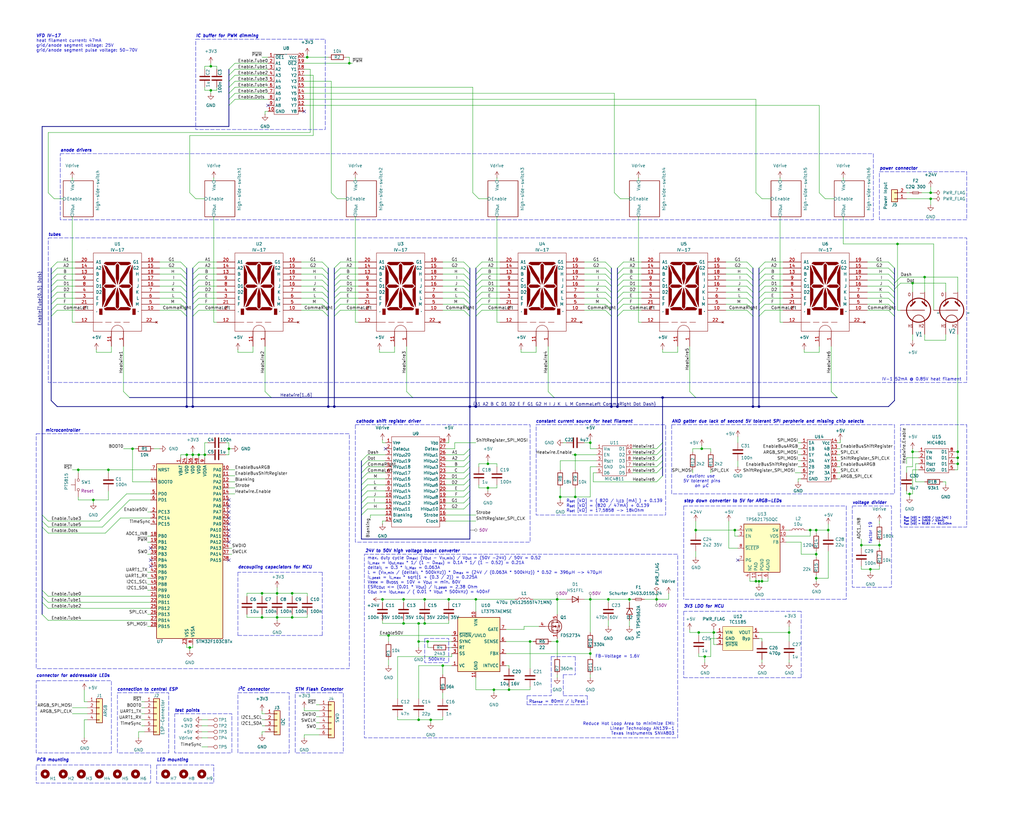
<source format=kicad_sch>
(kicad_sch (version 20231120) (generator "eeschema") (generator_version "8.0")
  (paper "User" 431.8 350)
  (junction (at 349.25 223.52))
  (junction (at 242.57 209.55))
  (junction (at 320.04 171.45))
  (junction (at 170.18 262.89))
  (junction (at 116.84 250.19))
  (junction (at 403.86 190.5))
  (junction (at 242.57 191.77))
  (junction (at 181.61 303.53))
  (junction (at 200.66 171.45))
  (junction (at 78.74 191.77))
  (junction (at 170.18 252.73))
  (junction (at 317.5 171.45))
  (junction (at 214.63 290.83))
  (junction (at 260.35 171.45))
  (junction (at 180.34 270.51))
  (junction (at 383.54 208.28))
  (junction (at 123.19 250.19))
  (junction (at 257.81 171.45))
  (junction (at 179.07 262.89))
  (junction (at 248.92 252.73))
  (junction (at 45.72 198.12))
  (junction (at 293.37 223.52))
  (junction (at 403.86 193.04))
  (junction (at 33.02 198.12))
  (junction (at 341.63 223.52))
  (junction (at 176.53 270.51))
  (junction (at 189.23 252.73))
  (junction (at 81.28 171.45))
  (junction (at 80.01 273.05))
  (junction (at 96.52 189.23))
  (junction (at 129.54 24.13))
  (junction (at 300.99 266.7))
  (junction (at 138.43 171.45))
  (junction (at 378.46 102.87))
  (junction (at 140.97 171.45))
  (junction (at 78.74 171.45))
  (junction (at 389.89 116.84))
  (junction (at 179.07 252.73))
  (junction (at 116.84 260.35))
  (junction (at 248.92 275.59))
  (junction (at 163.83 267.97))
  (junction (at 110.49 250.19))
  (junction (at 363.22 229.87))
  (junction (at 123.19 260.35))
  (junction (at 55.88 189.23))
  (junction (at 208.28 290.83))
  (junction (at 321.31 245.11))
  (junction (at 344.17 223.52))
  (junction (at 279.4 167.64))
  (junction (at 234.95 252.73))
  (junction (at 367.03 240.03))
  (junction (at 294.64 266.7))
  (junction (at 295.91 189.23))
  (junction (at 86.36 191.77))
  (junction (at 256.54 252.73))
  (junction (at 248.92 186.69))
  (junction (at 88.9 27.94))
  (junction (at 392.43 83.82))
  (junction (at 198.12 171.45))
  (junction (at 83.82 191.77))
  (junction (at 320.04 245.11))
  (junction (at 344.17 233.68))
  (junction (at 344.17 243.84))
  (junction (at 110.49 260.35))
  (junction (at 384.81 190.5))
  (junction (at 205.74 205.74))
  (junction (at 392.43 81.28))
  (junction (at 318.77 245.11))
  (junction (at 186.69 280.67))
  (junction (at 276.86 252.73))
  (junction (at 147.32 26.67))
  (junction (at 176.53 262.89))
  (junction (at 384.81 119.38))
  (junction (at 176.53 303.53))
  (junction (at 297.18 276.86))
  (junction (at 332.74 266.7))
  (junction (at 403.86 195.58))
  (junction (at 236.22 209.55))
  (junction (at 223.52 270.51))
  (junction (at 265.43 252.73))
  (junction (at 309.88 223.52))
  (junction (at 88.9 38.1))
  (junction (at 200.66 252.73))
  (junction (at 81.28 191.77))
  (junction (at 234.95 270.51))
  (junction (at 161.29 252.73))
  (junction (at 39.37 210.82))
  (junction (at 205.74 195.58))
  (junction (at 370.84 229.87))
  (no_connect (at 96.52 236.22))
  (no_connect (at 63.5 238.76))
  (no_connect (at 96.52 215.9))
  (no_connect (at 311.15 236.22))
  (no_connect (at 162.56 189.23))
  (no_connect (at 63.5 231.14))
  (no_connect (at 128.27 46.99))
  (no_connect (at 96.52 226.06))
  (no_connect (at 96.52 223.52))
  (no_connect (at 113.03 44.45))
  (no_connect (at 96.52 220.98))
  (no_connect (at 63.5 236.22))
  (no_connect (at 96.52 228.6))
  (no_connect (at 96.52 218.44))
  (no_connect (at 96.52 213.36))
  (no_connect (at 96.52 210.82))
  (bus_entry (at 374.65 115.57) (size 2.54 2.54))
  (bus_entry (at 255.27 128.27) (size 2.54 2.54))
  (bus_entry (at 17.78 254) (size 2.54 2.54))
  (bus_entry (at 198.12 189.23) (size -2.54 2.54))
  (bus_entry (at 198.12 196.85) (size -2.54 2.54))
  (bus_entry (at 135.89 113.03) (size 2.54 2.54))
  (bus_entry (at 314.96 113.03) (size 2.54 2.54))
  (bus_entry (at 81.28 123.19) (size 2.54 -2.54))
  (bus_entry (at 152.4 194.31) (size 2.54 -2.54))
  (bus_entry (at 314.96 115.57) (size 2.54 2.54))
  (bus_entry (at 54.61 167.64) (size -2.54 -2.54))
  (bus_entry (at 374.65 123.19) (size 2.54 2.54))
  (bus_entry (at 21.59 128.27) (size 2.54 -2.54))
  (bus_entry (at 96.52 36.83) (size 2.54 -2.54))
  (bus_entry (at 314.96 110.49) (size 2.54 2.54))
  (bus_entry (at 260.35 133.35) (size 2.54 -2.54))
  (bus_entry (at 21.59 115.57) (size 2.54 -2.54))
  (bus_entry (at 152.4 196.85) (size 2.54 -2.54))
  (bus_entry (at 374.65 113.03) (size 2.54 2.54))
  (bus_entry (at 154.94 209.55) (size -2.54 2.54))
  (bus_entry (at 195.58 125.73) (size 2.54 2.54))
  (bus_entry (at 255.27 125.73) (size 2.54 2.54))
  (bus_entry (at 260.35 115.57) (size 2.54 -2.54))
  (bus_entry (at 154.94 204.47) (size -2.54 2.54))
  (bus_entry (at 96.52 34.29) (size 2.54 -2.54))
  (bus_entry (at 320.04 125.73) (size 2.54 -2.54))
  (bus_entry (at 195.58 113.03) (size 2.54 2.54))
  (bus_entry (at 195.58 110.49) (size 2.54 2.54))
  (bus_entry (at 255.27 123.19) (size 2.54 2.54))
  (bus_entry (at 140.97 123.19) (size 2.54 -2.54))
  (bus_entry (at 96.52 41.91) (size 2.54 -2.54))
  (bus_entry (at 320.04 133.35) (size 2.54 -2.54))
  (bus_entry (at 135.89 110.49) (size 2.54 2.54))
  (bus_entry (at 279.4 189.23) (size -2.54 2.54))
  (bus_entry (at 200.66 113.03) (size 2.54 -2.54))
  (bus_entry (at 374.65 130.81) (size 2.54 2.54))
  (bus_entry (at 198.12 204.47) (size -2.54 2.54))
  (bus_entry (at 17.78 251.46) (size 2.54 2.54))
  (bus_entry (at 17.78 259.08) (size 2.54 2.54))
  (bus_entry (at 81.28 113.03) (size 2.54 -2.54))
  (bus_entry (at 21.59 125.73) (size 2.54 -2.54))
  (bus_entry (at 320.04 113.03) (size 2.54 -2.54))
  (bus_entry (at 260.35 128.27) (size 2.54 -2.54))
  (bus_entry (at 314.96 130.81) (size 2.54 2.54))
  (bus_entry (at 140.97 125.73) (size 2.54 -2.54))
  (bus_entry (at 76.2 118.11) (size 2.54 2.54))
  (bus_entry (at 81.28 120.65) (size 2.54 -2.54))
  (bus_entry (at 17.78 217.17) (size 2.54 2.54))
  (bus_entry (at 154.94 199.39) (size -2.54 2.54))
  (bus_entry (at 135.89 125.73) (size 2.54 2.54))
  (bus_entry (at 200.66 118.11) (size 2.54 -2.54))
  (bus_entry (at 198.12 199.39) (size -2.54 2.54))
  (bus_entry (at 140.97 118.11) (size 2.54 -2.54))
  (bus_entry (at 195.58 123.19) (size 2.54 2.54))
  (bus_entry (at 200.66 125.73) (size 2.54 -2.54))
  (bus_entry (at 200.66 128.27) (size 2.54 -2.54))
  (bus_entry (at 260.35 120.65) (size 2.54 -2.54))
  (bus_entry (at 195.58 128.27) (size 2.54 2.54))
  (bus_entry (at 377.19 121.92) (size 2.54 -2.54))
  (bus_entry (at 140.97 130.81) (size 2.54 -2.54))
  (bus_entry (at 374.65 125.73) (size 2.54 2.54))
  (bus_entry (at 135.89 130.81) (size 2.54 2.54))
  (bus_entry (at 96.52 44.45) (size 2.54 -2.54))
  (bus_entry (at 314.96 125.73) (size 2.54 2.54))
  (bus_entry (at 154.94 201.93) (size -2.54 2.54))
  (bus_entry (at 195.58 214.63) (size 2.54 -2.54))
  (bus_entry (at 81.28 130.81) (size 2.54 -2.54))
  (bus_entry (at 260.35 123.19) (size 2.54 -2.54))
  (bus_entry (at 198.12 201.93) (size -2.54 2.54))
  (bus_entry (at 200.66 120.65) (size 2.54 -2.54))
  (bus_entry (at 154.94 212.09) (size -2.54 2.54))
  (bus_entry (at 21.59 130.81) (size 2.54 -2.54))
  (bus_entry (at 293.37 167.64) (size -2.54 -2.54))
  (bus_entry (at 279.4 196.85) (size -2.54 2.54))
  (bus_entry (at 255.27 120.65) (size 2.54 2.54))
  (bus_entry (at 96.52 29.21) (size 2.54 -2.54))
  (bus_entry (at 140.97 128.27) (size 2.54 -2.54))
  (bus_entry (at 76.2 125.73) (size 2.54 2.54))
  (bus_entry (at 76.2 128.27) (size 2.54 2.54))
  (bus_entry (at 140.97 133.35) (size 2.54 -2.54))
  (bus_entry (at 21.59 113.03) (size 2.54 -2.54))
  (bus_entry (at 198.12 209.55) (size -2.54 2.54))
  (bus_entry (at 260.35 118.11) (size 2.54 -2.54))
  (bus_entry (at 81.28 128.27) (size 2.54 -2.54))
  (bus_entry (at 154.94 214.63) (size -2.54 2.54))
  (bus_entry (at 260.35 113.03) (size 2.54 -2.54))
  (bus_entry (at 200.66 130.81) (size 2.54 -2.54))
  (bus_entry (at 255.27 118.11) (size 2.54 2.54))
  (bus_entry (at 17.78 219.71) (size 2.54 2.54))
  (bus_entry (at 96.52 31.75) (size 2.54 -2.54))
  (bus_entry (at 81.28 115.57) (size 2.54 -2.54))
  (bus_entry (at 21.59 123.19) (size 2.54 -2.54))
  (bus_entry (at 374.65 118.11) (size 2.54 2.54))
  (bus_entry (at 320.04 128.27) (size 2.54 -2.54))
  (bus_entry (at 135.89 115.57) (size 2.54 2.54))
  (bus_entry (at 320.04 118.11) (size 2.54 -2.54))
  (bus_entry (at 279.4 200.66) (size -2.54 2.54))
  (bus_entry (at 21.59 133.35) (size 2.54 -2.54))
  (bus_entry (at 140.97 113.03) (size 2.54 -2.54))
  (bus_entry (at 195.58 115.57) (size 2.54 2.54))
  (bus_entry (at 76.2 110.49) (size 2.54 2.54))
  (bus_entry (at 374.65 110.49) (size 2.54 2.54))
  (bus_entry (at 173.99 167.64) (size -2.54 -2.54))
  (bus_entry (at 81.28 118.11) (size 2.54 -2.54))
  (bus_entry (at 255.27 113.03) (size 2.54 2.54))
  (bus_entry (at 353.06 167.64) (size -2.54 -2.54))
  (bus_entry (at 320.04 130.81) (size 2.54 -2.54))
  (bus_entry (at 233.68 167.64) (size -2.54 -2.54))
  (bus_entry (at 255.27 115.57) (size 2.54 2.54))
  (bus_entry (at 314.96 123.19) (size 2.54 2.54))
  (bus_entry (at 76.2 115.57) (size 2.54 2.54))
  (bus_entry (at 135.89 128.27) (size 2.54 2.54))
  (bus_entry (at 21.59 118.11) (size 2.54 -2.54))
  (bus_entry (at 195.58 118.11) (size 2.54 2.54))
  (bus_entry (at 374.65 128.27) (size 2.54 2.54))
  (bus_entry (at 374.65 120.65) (size 2.54 2.54))
  (bus_entry (at 114.3 167.64) (size -2.54 -2.54))
  (bus_entry (at 21.59 120.65) (size 2.54 -2.54))
  (bus_entry (at 198.12 207.01) (size -2.54 2.54))
  (bus_entry (at 279.4 194.31) (size -2.54 2.54))
  (bus_entry (at 320.04 123.19) (size 2.54 -2.54))
  (bus_entry (at 81.28 125.73) (size 2.54 -2.54))
  (bus_entry (at 255.27 110.49) (size 2.54 2.54))
  (bus_entry (at 314.96 120.65) (size 2.54 2.54))
  (bus_entry (at 96.52 39.37) (size 2.54 -2.54))
  (bus_entry (at 314.96 118.11) (size 2.54 2.54))
  (bus_entry (at 377.19 119.38) (size 2.54 -2.54))
  (bus_entry (at 200.66 133.35) (size 2.54 -2.54))
  (bus_entry (at 195.58 120.65) (size 2.54 2.54))
  (bus_entry (at 76.2 120.65) (size 2.54 2.54))
  (bus_entry (at 314.96 128.27) (size 2.54 2.54))
  (bus_entry (at 154.94 196.85) (size -2.54 2.54))
  (bus_entry (at 135.89 118.11) (size 2.54 2.54))
  (bus_entry (at 17.78 222.25) (size 2.54 2.54))
  (bus_entry (at 198.12 191.77) (size -2.54 2.54))
  (bus_entry (at 320.04 120.65) (size 2.54 -2.54))
  (bus_entry (at 200.66 123.19) (size 2.54 -2.54))
  (bus_entry (at 255.27 130.81) (size 2.54 2.54))
  (bus_entry (at 81.28 133.35) (size 2.54 -2.54))
  (bus_entry (at 17.78 248.92) (size 2.54 2.54))
  (bus_entry (at 76.2 130.81) (size 2.54 2.54))
  (bus_entry (at 260.35 125.73) (size 2.54 -2.54))
  (bus_entry (at 279.4 186.69) (size -2.54 2.54))
  (bus_entry (at 135.89 120.65) (size 2.54 2.54))
  (bus_entry (at 154.94 207.01) (size -2.54 2.54))
  (bus_entry (at 320.04 115.57) (size 2.54 -2.54))
  (bus_entry (at 279.4 191.77) (size -2.54 2.54))
  (bus_entry (at 135.89 123.19) (size 2.54 2.54))
  (bus_entry (at 140.97 115.57) (size 2.54 -2.54))
  (bus_entry (at 260.35 130.81) (size 2.54 -2.54))
  (bus_entry (at 195.58 130.81) (size 2.54 2.54))
  (bus_entry (at 200.66 115.57) (size 2.54 -2.54))
  (bus_entry (at 76.2 113.03) (size 2.54 2.54))
  (bus_entry (at 198.12 194.31) (size -2.54 2.54))
  (bus_entry (at 76.2 123.19) (size 2.54 2.54))
  (bus_entry (at 140.97 120.65) (size 2.54 -2.54))
  (wire (pts (xy 248.92 196.85) (xy 251.46 196.85)))
  (wire (pts (xy 85.09 303.53) (xy 87.63 303.53)))
  (wire (pts (xy 353.06 196.85) (xy 354.33 196.85)))
  (bus (pts (xy 78.74 128.27) (xy 78.74 130.81)))
  (bus (pts (xy 279.4 167.64) (xy 293.37 167.64)))
  (wire (pts (xy 203.2 123.19) (xy 210.82 123.19)))
  (bus (pts (xy 78.74 113.03) (xy 78.74 115.57)))
  (wire (pts (xy 365.76 128.27) (xy 374.65 128.27)))
  (wire (pts (xy 403.86 190.5) (xy 403.86 193.04)))
  (wire (pts (xy 219.71 147.32) (xy 219.71 148.59)))
  (wire (pts (xy 345.44 44.45) (xy 345.44 81.28)))
  (wire (pts (xy 323.85 245.11) (xy 323.85 243.84)))
  (wire (pts (xy 403.86 140.97) (xy 403.86 190.5)))
  (polyline (pts (xy 242.57 276.86) (xy 242.57 284.48)) (stroke (width 0) (type dash)))
  (wire (pts (xy 316.23 243.84) (xy 316.23 245.11)))
  (wire (pts (xy 83.82 128.27) (xy 91.44 128.27)))
  (wire (pts (xy 322.58 125.73) (xy 330.2 125.73)))
  (wire (pts (xy 332.74 270.51) (xy 332.74 266.7)))
  (wire (pts (xy 62.23 246.38) (xy 63.5 246.38)))
  (wire (pts (xy 128.27 309.88) (xy 128.27 311.15)))
  (bus (pts (xy 317.5 115.57) (xy 317.5 118.11)))
  (wire (pts (xy 162.56 201.93) (xy 154.94 201.93)))
  (wire (pts (xy 246.38 115.57) (xy 255.27 115.57)))
  (wire (pts (xy 123.19 259.08) (xy 123.19 260.35)))
  (wire (pts (xy 62.23 248.92) (xy 63.5 248.92)))
  (wire (pts (xy 246.38 128.27) (xy 255.27 128.27)))
  (bus (pts (xy 78.74 130.81) (xy 78.74 133.35)))
  (wire (pts (xy 248.92 284.48) (xy 248.92 285.75)))
  (wire (pts (xy 276.86 250.19) (xy 276.86 252.73)))
  (bus (pts (xy 21.59 133.35) (xy 21.59 168.91)))
  (wire (pts (xy 311.15 194.31) (xy 311.15 196.85)))
  (wire (pts (xy 24.13 125.73) (xy 31.75 125.73)))
  (wire (pts (xy 256.54 261.62) (xy 256.54 264.16)))
  (bus (pts (xy 317.5 113.03) (xy 317.5 115.57)))
  (wire (pts (xy 353.06 186.69) (xy 354.33 186.69)))
  (wire (pts (xy 322.58 118.11) (xy 330.2 118.11)))
  (bus (pts (xy 257.81 133.35) (xy 257.81 171.45)))
  (wire (pts (xy 386.08 203.2) (xy 389.89 203.2)))
  (wire (pts (xy 234.95 252.73) (xy 238.76 252.73)))
  (wire (pts (xy 128.27 34.29) (xy 139.7 34.29)))
  (wire (pts (xy 295.91 189.23) (xy 299.72 189.23)))
  (wire (pts (xy 128.27 309.88) (xy 134.62 309.88)))
  (bus (pts (xy 17.78 53.34) (xy 96.52 53.34)))
  (wire (pts (xy 110.49 306.07) (xy 111.76 306.07)))
  (wire (pts (xy 353.06 199.39) (xy 354.33 199.39)))
  (bus (pts (xy 21.59 120.65) (xy 21.59 123.19)))
  (wire (pts (xy 389.89 116.84) (xy 403.86 116.84)))
  (wire (pts (xy 161.29 219.71) (xy 161.29 220.98)))
  (wire (pts (xy 99.06 31.75) (xy 113.03 31.75)))
  (polyline (pts (xy 288.29 213.36) (xy 288.29 252.73)) (stroke (width 0) (type dash)))
  (wire (pts (xy 306.07 120.65) (xy 314.96 120.65)))
  (bus (pts (xy 78.74 118.11) (xy 78.74 120.65)))
  (wire (pts (xy 382.27 83.82) (xy 392.43 83.82)))
  (bus (pts (xy 260.35 113.03) (xy 260.35 115.57)))
  (wire (pts (xy 166.37 146.05) (xy 166.37 148.59)))
  (wire (pts (xy 24.13 130.81) (xy 31.75 130.81)))
  (wire (pts (xy 39.37 210.82) (xy 39.37 212.09)))
  (wire (pts (xy 384.81 198.12) (xy 384.81 208.28)))
  (wire (pts (xy 83.82 118.11) (xy 91.44 118.11)))
  (wire (pts (xy 58.42 308.61) (xy 60.96 308.61)))
  (wire (pts (xy 63.5 208.28) (xy 53.34 208.28)))
  (wire (pts (xy 90.17 91.44) (xy 90.17 135.89)))
  (wire (pts (xy 186.69 130.81) (xy 195.58 130.81)))
  (wire (pts (xy 203.2 120.65) (xy 210.82 120.65)))
  (wire (pts (xy 344.17 243.84) (xy 349.25 243.84)))
  (polyline (pts (xy 237.49 284.48) (xy 242.57 284.48)) (stroke (width 0) (type dash)))
  (bus (pts (xy 152.4 204.47) (xy 152.4 207.01)))
  (wire (pts (xy 96.52 191.77) (xy 95.25 191.77)))
  (bus (pts (xy 257.81 130.81) (xy 257.81 133.35)))
  (wire (pts (xy 88.9 26.67) (xy 88.9 27.94)))
  (wire (pts (xy 76.2 191.77) (xy 76.2 193.04)))
  (wire (pts (xy 127 110.49) (xy 135.89 110.49)))
  (wire (pts (xy 309.88 223.52) (xy 311.15 223.52)))
  (wire (pts (xy 86.36 191.77) (xy 86.36 193.04)))
  (wire (pts (xy 262.89 123.19) (xy 270.51 123.19)))
  (wire (pts (xy 161.29 219.71) (xy 162.56 219.71)))
  (wire (pts (xy 311.15 226.06) (xy 309.88 226.06)))
  (wire (pts (xy 91.44 27.94) (xy 91.44 29.21)))
  (bus (pts (xy 198.12 212.09) (xy 198.12 227.33)))
  (wire (pts (xy 127 113.03) (xy 135.89 113.03)))
  (wire (pts (xy 20.32 251.46) (xy 63.5 251.46)))
  (wire (pts (xy 86.36 38.1) (xy 86.36 36.83)))
  (wire (pts (xy 82.55 83.82) (xy 80.01 81.28)))
  (wire (pts (xy 266.7 189.23) (xy 276.86 189.23)))
  (wire (pts (xy 316.23 245.11) (xy 318.77 245.11)))
  (wire (pts (xy 162.56 209.55) (xy 154.94 209.55)))
  (wire (pts (xy 246.38 252.73) (xy 248.92 252.73)))
  (wire (pts (xy 91.44 36.83) (xy 91.44 38.1)))
  (bus (pts (xy 138.43 118.11) (xy 138.43 120.65)))
  (wire (pts (xy 336.55 186.69) (xy 337.82 186.69)))
  (wire (pts (xy 321.31 245.11) (xy 323.85 245.11)))
  (wire (pts (xy 320.04 266.7) (xy 332.74 266.7)))
  (bus (pts (xy 257.81 115.57) (xy 257.81 118.11)))
  (wire (pts (xy 384.81 140.97) (xy 384.81 143.51)))
  (wire (pts (xy 132.08 31.75) (xy 132.08 57.15)))
  (wire (pts (xy 397.51 203.2) (xy 398.78 203.2)))
  (wire (pts (xy 176.53 302.26) (xy 176.53 303.53)))
  (wire (pts (xy 96.52 186.69) (xy 96.52 189.23)))
  (wire (pts (xy 344.17 233.68) (xy 344.17 234.95)))
  (bus (pts (xy 81.28 133.35) (xy 81.28 171.45)))
  (bus (pts (xy 152.4 199.39) (xy 152.4 201.93)))
  (wire (pts (xy 226.06 146.05) (xy 226.06 148.59)))
  (wire (pts (xy 180.34 270.51) (xy 190.5 270.51)))
  (bus (pts (xy 198.12 125.73) (xy 198.12 128.27)))
  (wire (pts (xy 99.06 29.21) (xy 113.03 29.21)))
  (wire (pts (xy 54.61 210.82) (xy 63.5 210.82)))
  (wire (pts (xy 78.74 191.77) (xy 78.74 193.04)))
  (wire (pts (xy 30.48 300.99) (xy 36.83 300.99)))
  (wire (pts (xy 347.98 83.82) (xy 345.44 81.28)))
  (wire (pts (xy 20.32 219.71) (xy 41.91 219.71)))
  (bus (pts (xy 81.28 118.11) (xy 81.28 120.65)))
  (wire (pts (xy 67.31 128.27) (xy 76.2 128.27)))
  (wire (pts (xy 378.46 130.81) (xy 379.73 130.81)))
  (wire (pts (xy 297.18 276.86) (xy 294.64 276.86)))
  (wire (pts (xy 58.42 308.61) (xy 58.42 311.15)))
  (wire (pts (xy 30.48 74.93) (xy 30.48 76.2)))
  (wire (pts (xy 62.23 264.16) (xy 63.5 264.16)))
  (wire (pts (xy 367.03 240.03) (xy 370.84 240.03)))
  (wire (pts (xy 248.92 252.73) (xy 256.54 252.73)))
  (polyline (pts (xy 237.49 293.37) (xy 247.65 293.37)) (stroke (width 0) (type dash)))
  (polyline (pts (xy 232.41 276.86) (xy 232.41 293.37)) (stroke (width 0) (type dash)))
  (wire (pts (xy 127 118.11) (xy 135.89 118.11)))
  (wire (pts (xy 321.31 83.82) (xy 325.12 83.82)))
  (bus (pts (xy 377.19 118.11) (xy 377.19 119.38)))
  (wire (pts (xy 205.74 205.74) (xy 205.74 207.01)))
  (wire (pts (xy 321.31 243.84) (xy 321.31 245.11)))
  (bus (pts (xy 140.97 118.11) (xy 140.97 120.65)))
  (bus (pts (xy 200.66 128.27) (xy 200.66 130.81)))
  (wire (pts (xy 179.07 252.73) (xy 189.23 252.73)))
  (wire (pts (xy 86.36 27.94) (xy 86.36 29.21)))
  (wire (pts (xy 111.76 46.99) (xy 113.03 46.99)))
  (wire (pts (xy 384.81 190.5) (xy 387.35 190.5)))
  (bus (pts (xy 78.74 115.57) (xy 78.74 118.11)))
  (wire (pts (xy 328.93 91.44) (xy 328.93 135.89)))
  (polyline (pts (xy 288.29 257.81) (xy 288.29 285.75)) (stroke (width 0) (type dash)))
  (wire (pts (xy 110.49 308.61) (xy 110.49 309.88)))
  (wire (pts (xy 189.23 273.05) (xy 190.5 273.05)))
  (wire (pts (xy 353.06 191.77) (xy 354.33 191.77)))
  (wire (pts (xy 139.7 34.29) (xy 139.7 81.28)))
  (wire (pts (xy 302.26 271.78) (xy 300.99 271.78)))
  (wire (pts (xy 347.98 83.82) (xy 351.79 83.82)))
  (wire (pts (xy 203.2 118.11) (xy 210.82 118.11)))
  (wire (pts (xy 81.28 191.77) (xy 81.28 193.04)))
  (wire (pts (xy 176.53 270.51) (xy 176.53 273.05)))
  (wire (pts (xy 246.38 123.19) (xy 255.27 123.19)))
  (wire (pts (xy 162.56 196.85) (xy 154.94 196.85)))
  (wire (pts (xy 269.24 74.93) (xy 269.24 76.2)))
  (wire (pts (xy 201.93 83.82) (xy 199.39 81.28)))
  (wire (pts (xy 281.94 250.19) (xy 281.94 252.73)))
  (bus (pts (xy 96.52 36.83) (xy 96.52 39.37)))
  (wire (pts (xy 336.55 194.31) (xy 337.82 194.31)))
  (wire (pts (xy 336.55 201.93) (xy 336.55 203.2)))
  (wire (pts (xy 355.6 74.93) (xy 355.6 76.2)))
  (wire (pts (xy 262.89 125.73) (xy 270.51 125.73)))
  (wire (pts (xy 389.89 140.97) (xy 389.89 143.51)))
  (wire (pts (xy 30.48 198.12) (xy 33.02 198.12)))
  (bus (pts (xy 377.19 128.27) (xy 377.19 130.81)))
  (wire (pts (xy 195.58 196.85) (xy 187.96 196.85)))
  (wire (pts (xy 290.83 146.05) (xy 290.83 165.1)))
  (wire (pts (xy 149.86 135.89) (xy 151.13 135.89)))
  (bus (pts (xy 96.52 44.45) (xy 96.52 53.34)))
  (wire (pts (xy 128.27 36.83) (xy 199.39 36.83)))
  (polyline (pts (xy 100.33 267.97) (xy 135.89 267.97)) (stroke (width 0) (type dash)))
  (wire (pts (xy 213.36 270.51) (xy 223.52 270.51)))
  (wire (pts (xy 116.84 260.35) (xy 116.84 261.62)))
  (bus (pts (xy 21.59 168.91) (xy 24.13 171.45)))
  (wire (pts (xy 203.2 110.49) (xy 210.82 110.49)))
  (wire (pts (xy 110.49 303.53) (xy 111.76 303.53)))
  (bus (pts (xy 140.97 120.65) (xy 140.97 123.19)))
  (wire (pts (xy 133.35 304.8) (xy 134.62 304.8)))
  (bus (pts (xy 198.12 113.03) (xy 198.12 115.57)))
  (wire (pts (xy 24.13 123.19) (xy 31.75 123.19)))
  (bus (pts (xy 377.19 123.19) (xy 377.19 125.73)))
  (bus (pts (xy 198.12 207.01) (xy 198.12 209.55)))
  (wire (pts (xy 191.77 186.69) (xy 191.77 189.23)))
  (bus (pts (xy 377.19 133.35) (xy 377.19 168.91)))
  (wire (pts (xy 195.58 209.55) (xy 187.96 209.55)))
  (bus (pts (xy 140.97 125.73) (xy 140.97 128.27)))
  (wire (pts (xy 213.36 265.43) (xy 220.98 265.43)))
  (wire (pts (xy 248.92 275.59) (xy 248.92 276.86)))
  (bus (pts (xy 140.97 113.03) (xy 140.97 115.57)))
  (wire (pts (xy 336.55 191.77) (xy 337.82 191.77)))
  (wire (pts (xy 143.51 113.03) (xy 151.13 113.03)))
  (wire (pts (xy 246.38 120.65) (xy 255.27 120.65)))
  (bus (pts (xy 140.97 115.57) (xy 140.97 118.11)))
  (wire (pts (xy 67.31 125.73) (xy 76.2 125.73)))
  (wire (pts (xy 186.69 128.27) (xy 195.58 128.27)))
  (bus (pts (xy 260.35 123.19) (xy 260.35 125.73)))
  (wire (pts (xy 256.54 252.73) (xy 265.43 252.73)))
  (polyline (pts (xy 100.33 241.3) (xy 100.33 267.97)) (stroke (width 0) (type dash)))
  (wire (pts (xy 248.92 274.32) (xy 248.92 275.59)))
  (wire (pts (xy 279.4 147.32) (xy 279.4 148.59)))
  (wire (pts (xy 96.52 203.2) (xy 99.06 203.2)))
  (wire (pts (xy 262.89 115.57) (xy 270.51 115.57)))
  (wire (pts (xy 24.13 110.49) (xy 31.75 110.49)))
  (wire (pts (xy 355.6 91.44) (xy 355.6 102.87)))
  (wire (pts (xy 67.31 115.57) (xy 76.2 115.57)))
  (bus (pts (xy 260.35 115.57) (xy 260.35 118.11)))
  (wire (pts (xy 321.31 270.51) (xy 321.31 269.24)))
  (wire (pts (xy 195.58 194.31) (xy 187.96 194.31)))
  (wire (pts (xy 128.27 26.67) (xy 147.32 26.67)))
  (wire (pts (xy 161.29 186.69) (xy 162.56 186.69)))
  (wire (pts (xy 20.32 256.54) (xy 63.5 256.54)))
  (wire (pts (xy 335.28 199.39) (xy 337.82 199.39)))
  (wire (pts (xy 370.84 228.6) (xy 370.84 229.87)))
  (wire (pts (xy 402.59 198.12) (xy 403.86 198.12)))
  (wire (pts (xy 100.33 148.59) (xy 106.68 148.59)))
  (wire (pts (xy 331.47 226.06) (xy 341.63 226.06)))
  (wire (pts (xy 266.7 191.77) (xy 276.86 191.77)))
  (wire (pts (xy 176.53 280.67) (xy 186.69 280.67)))
  (wire (pts (xy 266.7 194.31) (xy 276.86 194.31)))
  (bus (pts (xy 317.5 128.27) (xy 317.5 130.81)))
  (wire (pts (xy 250.19 199.39) (xy 251.46 199.39)))
  (bus (pts (xy 140.97 128.27) (xy 140.97 130.81)))
  (wire (pts (xy 306.07 110.49) (xy 314.96 110.49)))
  (wire (pts (xy 242.57 191.77) (xy 251.46 191.77)))
  (wire (pts (xy 189.23 252.73) (xy 200.66 252.73)))
  (wire (pts (xy 392.43 83.82) (xy 393.7 83.82)))
  (wire (pts (xy 83.82 110.49) (xy 91.44 110.49)))
  (bus (pts (xy 138.43 130.81) (xy 138.43 133.35)))
  (wire (pts (xy 344.17 223.52) (xy 341.63 223.52)))
  (wire (pts (xy 246.38 186.69) (xy 248.92 186.69)))
  (wire (pts (xy 186.69 292.1) (xy 186.69 294.64)))
  (bus (pts (xy 198.12 201.93) (xy 198.12 204.47)))
  (bus (pts (xy 198.12 171.45) (xy 200.66 171.45)))
  (wire (pts (xy 43.18 222.25) (xy 54.61 210.82)))
  (wire (pts (xy 176.53 270.51) (xy 180.34 270.51)))
  (wire (pts (xy 382.27 81.28) (xy 383.54 81.28)))
  (wire (pts (xy 96.52 233.68) (xy 97.79 233.68)))
  (bus (pts (xy 81.28 115.57) (xy 81.28 118.11)))
  (wire (pts (xy 266.7 196.85) (xy 276.86 196.85)))
  (wire (pts (xy 170.18 261.62) (xy 170.18 262.89)))
  (polyline (pts (xy 237.49 284.48) (xy 237.49 293.37)) (stroke (width 0) (type dash)))
  (bus (pts (xy 21.59 123.19) (xy 21.59 125.73)))
  (bus (pts (xy 233.68 167.64) (xy 279.4 167.64)))
  (wire (pts (xy 203.2 113.03) (xy 210.82 113.03)))
  (bus (pts (xy 152.4 209.55) (xy 152.4 212.09)))
  (wire (pts (xy 349.25 220.98) (xy 349.25 223.52)))
  (wire (pts (xy 370.84 238.76) (xy 370.84 240.03)))
  (wire (pts (xy 128.27 31.75) (xy 132.08 31.75)))
  (wire (pts (xy 24.13 128.27) (xy 31.75 128.27)))
  (bus (pts (xy 138.43 123.19) (xy 138.43 125.73)))
  (wire (pts (xy 403.86 195.58) (xy 403.86 198.12)))
  (wire (pts (xy 262.89 118.11) (xy 270.51 118.11)))
  (wire (pts (xy 241.3 191.77) (xy 242.57 191.77)))
  (bus (pts (xy 96.52 41.91) (xy 96.52 44.45)))
  (wire (pts (xy 279.4 148.59) (xy 285.75 148.59)))
  (wire (pts (xy 59.69 295.91) (xy 60.96 295.91)))
  (bus (pts (xy 320.04 118.11) (xy 320.04 120.65)))
  (wire (pts (xy 378.46 102.87) (xy 378.46 130.81)))
  (wire (pts (xy 234.95 252.73) (xy 234.95 259.08)))
  (wire (pts (xy 299.72 276.86) (xy 297.18 276.86)))
  (wire (pts (xy 321.31 83.82) (xy 318.77 81.28)))
  (wire (pts (xy 187.96 189.23) (xy 191.77 189.23)))
  (wire (pts (xy 201.93 205.74) (xy 205.74 205.74)))
  (wire (pts (xy 259.08 39.37) (xy 259.08 81.28)))
  (bus (pts (xy 200.66 171.45) (xy 257.81 171.45)))
  (wire (pts (xy 99.06 39.37) (xy 113.03 39.37)))
  (wire (pts (xy 294.64 266.7) (xy 300.99 266.7)))
  (wire (pts (xy 186.69 118.11) (xy 195.58 118.11)))
  (wire (pts (xy 246.38 125.73) (xy 255.27 125.73)))
  (wire (pts (xy 290.83 266.7) (xy 294.64 266.7)))
  (wire (pts (xy 355.6 102.87) (xy 378.46 102.87)))
  (wire (pts (xy 86.36 27.94) (xy 88.9 27.94)))
  (bus (pts (xy 257.81 125.73) (xy 257.81 128.27)))
  (wire (pts (xy 201.93 195.58) (xy 201.93 196.85)))
  (polyline (pts (xy 222.25 293.37) (xy 232.41 293.37)) (stroke (width 0) (type dash)))
  (wire (pts (xy 83.82 123.19) (xy 91.44 123.19)))
  (wire (pts (xy 40.64 148.59) (xy 46.99 148.59)))
  (wire (pts (xy 99.06 26.67) (xy 113.03 26.67)))
  (wire (pts (xy 127 115.57) (xy 135.89 115.57)))
  (wire (pts (xy 337.82 233.68) (xy 337.82 228.6)))
  (wire (pts (xy 67.31 130.81) (xy 76.2 130.81)))
  (bus (pts (xy 198.12 189.23) (xy 198.12 191.77)))
  (wire (pts (xy 276.86 252.73) (xy 281.94 252.73)))
  (bus (pts (xy 320.04 115.57) (xy 320.04 118.11)))
  (bus (pts (xy 317.5 120.65) (xy 317.5 123.19)))
  (wire (pts (xy 186.69 123.19) (xy 195.58 123.19)))
  (wire (pts (xy 85.09 308.61) (xy 87.63 308.61)))
  (bus (pts (xy 17.78 53.34) (xy 17.78 217.17)))
  (wire (pts (xy 322.58 113.03) (xy 330.2 113.03)))
  (wire (pts (xy 265.43 252.73) (xy 265.43 254)))
  (wire (pts (xy 46.99 146.05) (xy 46.99 148.59)))
  (wire (pts (xy 44.45 224.79) (xy 50.8 218.44)))
  (wire (pts (xy 129.54 22.86) (xy 129.54 24.13)))
  (wire (pts (xy 30.48 91.44) (xy 30.48 135.89)))
  (wire (pts (xy 180.34 273.05) (xy 181.61 273.05)))
  (wire (pts (xy 62.23 233.68) (xy 63.5 233.68)))
  (wire (pts (xy 81.28 190.5) (xy 81.28 191.77)))
  (wire (pts (xy 205.74 194.31) (xy 205.74 195.58)))
  (bus (pts (xy 96.52 34.29) (xy 96.52 36.83)))
  (wire (pts (xy 128.27 299.72) (xy 134.62 299.72)))
  (wire (pts (xy 22.86 83.82) (xy 20.32 81.28)))
  (wire (pts (xy 100.33 147.32) (xy 100.33 148.59)))
  (wire (pts (xy 306.07 118.11) (xy 314.96 118.11)))
  (bus (pts (xy 152.4 196.85) (xy 152.4 199.39)))
  (wire (pts (xy 344.17 224.79) (xy 344.17 223.52)))
  (wire (pts (xy 386.08 195.58) (xy 387.35 195.58)))
  (wire (pts (xy 208.28 290.83) (xy 208.28 292.1)))
  (bus (pts (xy 279.4 196.85) (xy 279.4 200.66)))
  (bus (pts (xy 377.19 113.03) (xy 377.19 115.57)))
  (wire (pts (xy 200.66 290.83) (xy 208.28 290.83)))
  (polyline (pts (xy 356.87 213.36) (xy 356.87 252.73)) (stroke (width 0) (type dash)))
  (wire (pts (xy 320.04 245.11) (xy 321.31 245.11)))
  (wire (pts (xy 242.57 205.74) (xy 242.57 209.55)))
  (bus (pts (xy 81.28 125.73) (xy 81.28 128.27)))
  (wire (pts (xy 186.69 280.67) (xy 190.5 280.67)))
  (wire (pts (xy 163.83 267.97) (xy 190.5 267.97)))
  (wire (pts (xy 302.26 269.24) (xy 299.72 269.24)))
  (wire (pts (xy 80.01 57.15) (xy 80.01 81.28)))
  (wire (pts (xy 384.81 190.5) (xy 384.81 196.85)))
  (bus (pts (xy 317.5 118.11) (xy 317.5 120.65)))
  (bus (pts (xy 152.4 227.33) (xy 198.12 227.33)))
  (bus (pts (xy 257.81 171.45) (xy 260.35 171.45)))
  (wire (pts (xy 318.77 243.84) (xy 318.77 245.11)))
  (wire (pts (xy 349.25 243.84) (xy 349.25 232.41)))
  (wire (pts (xy 95.25 186.69) (xy 96.52 186.69)))
  (bus (pts (xy 17.78 248.92) (xy 17.78 251.46)))
  (wire (pts (xy 332.74 279.4) (xy 332.74 278.13)))
  (wire (pts (xy 130.81 29.21) (xy 130.81 55.88)))
  (bus (pts (xy 24.13 171.45) (xy 78.74 171.45)))
  (wire (pts (xy 365.76 113.03) (xy 374.65 113.03)))
  (bus (pts (xy 140.97 171.45) (xy 198.12 171.45)))
  (polyline (pts (xy 288.29 213.36) (xy 356.87 213.36)) (stroke (width 0) (type dash)))
  (bus (pts (xy 317.5 123.19) (xy 317.5 125.73)))
  (wire (pts (xy 190.5 275.59) (xy 190.5 276.86)))
  (wire (pts (xy 266.7 199.39) (xy 276.86 199.39)))
  (wire (pts (xy 67.31 118.11) (xy 76.2 118.11)))
  (wire (pts (xy 293.37 224.79) (xy 293.37 223.52)))
  (wire (pts (xy 191.77 186.69) (xy 200.66 186.69)))
  (wire (pts (xy 162.56 207.01) (xy 154.94 207.01)))
  (wire (pts (xy 110.49 260.35) (xy 116.84 260.35)))
  (wire (pts (xy 59.69 306.07) (xy 60.96 306.07)))
  (wire (pts (xy 163.83 267.97) (xy 163.83 270.51)))
  (wire (pts (xy 123.19 251.46) (xy 123.19 250.19)))
  (wire (pts (xy 209.55 74.93) (xy 209.55 76.2)))
  (wire (pts (xy 232.41 270.51) (xy 234.95 270.51)))
  (wire (pts (xy 199.39 36.83) (xy 199.39 81.28)))
  (polyline (pts (xy 337.82 285.75) (xy 337.82 257.81)) (stroke (width 0) (type dash)))
  (wire (pts (xy 345.44 146.05) (xy 345.44 148.59)))
  (wire (pts (xy 189.23 252.73) (xy 189.23 254)))
  (wire (pts (xy 261.62 83.82) (xy 265.43 83.82)))
  (wire (pts (xy 116.84 260.35) (xy 123.19 260.35)))
  (wire (pts (xy 208.28 290.83) (xy 214.63 290.83)))
  (wire (pts (xy 237.49 186.69) (xy 238.76 186.69)))
  (wire (pts (xy 176.53 303.53) (xy 181.61 303.53)))
  (wire (pts (xy 76.2 191.77) (xy 78.74 191.77)))
  (wire (pts (xy 236.22 194.31) (xy 236.22 198.12)))
  (wire (pts (xy 133.35 302.26) (xy 134.62 302.26)))
  (wire (pts (xy 96.52 231.14) (xy 97.79 231.14)))
  (wire (pts (xy 336.55 201.93) (xy 337.82 201.93)))
  (wire (pts (xy 344.17 232.41) (xy 344.17 233.68)))
  (wire (pts (xy 99.06 41.91) (xy 113.03 41.91)))
  (bus (pts (xy 21.59 118.11) (xy 21.59 120.65)))
  (wire (pts (xy 320.04 245.11) (xy 320.04 246.38)))
  (wire (pts (xy 223.52 289.56) (xy 223.52 290.83)))
  (wire (pts (xy 307.34 219.71) (xy 307.34 231.14)))
  (wire (pts (xy 83.82 130.81) (xy 91.44 130.81)))
  (wire (pts (xy 262.89 130.81) (xy 270.51 130.81)))
  (bus (pts (xy 377.19 120.65) (xy 377.19 121.92)))
  (bus (pts (xy 198.12 196.85) (xy 198.12 199.39)))
  (wire (pts (xy 88.9 38.1) (xy 91.44 38.1)))
  (wire (pts (xy 160.02 252.73) (xy 161.29 252.73)))
  (wire (pts (xy 62.23 226.06) (xy 63.5 226.06)))
  (wire (pts (xy 176.53 262.89) (xy 179.07 262.89)))
  (wire (pts (xy 336.55 196.85) (xy 337.82 196.85)))
  (wire (pts (xy 24.13 115.57) (xy 31.75 115.57)))
  (wire (pts (xy 379.73 116.84) (xy 389.89 116.84)))
  (wire (pts (xy 127 120.65) (xy 135.89 120.65)))
  (wire (pts (xy 339.09 148.59) (xy 345.44 148.59)))
  (bus (pts (xy 198.12 191.77) (xy 198.12 194.31)))
  (wire (pts (xy 81.28 191.77) (xy 83.82 191.77)))
  (wire (pts (xy 341.63 223.52) (xy 340.36 223.52)))
  (wire (pts (xy 24.13 113.03) (xy 31.75 113.03)))
  (bus (pts (xy 320.04 130.81) (xy 320.04 133.35)))
  (wire (pts (xy 86.36 186.69) (xy 87.63 186.69)))
  (wire (pts (xy 365.76 115.57) (xy 374.65 115.57)))
  (wire (pts (xy 160.02 267.97) (xy 163.83 267.97)))
  (polyline (pts (xy 135.89 241.3) (xy 100.33 241.3)) (stroke (width 0) (type dash)))
  (wire (pts (xy 167.64 276.86) (xy 167.64 294.64)))
  (wire (pts (xy 85.09 311.15) (xy 87.63 311.15)))
  (wire (pts (xy 322.58 128.27) (xy 330.2 128.27)))
  (bus (pts (xy 293.37 167.64) (xy 353.06 167.64)))
  (wire (pts (xy 142.24 83.82) (xy 146.05 83.82)))
  (bus (pts (xy 78.74 133.35) (xy 78.74 171.45)))
  (bus (pts (xy 78.74 125.73) (xy 78.74 128.27)))
  (wire (pts (xy 214.63 280.67) (xy 214.63 281.94)))
  (bus (pts (xy 140.97 130.81) (xy 140.97 133.35)))
  (wire (pts (xy 82.55 83.82) (xy 86.36 83.82)))
  (bus (pts (xy 320.04 133.35) (xy 320.04 171.45)))
  (wire (pts (xy 363.22 229.87) (xy 370.84 229.87)))
  (wire (pts (xy 86.36 38.1) (xy 88.9 38.1)))
  (wire (pts (xy 365.76 110.49) (xy 374.65 110.49)))
  (wire (pts (xy 248.92 196.85) (xy 248.92 209.55)))
  (wire (pts (xy 344.17 245.11) (xy 344.17 243.84)))
  (wire (pts (xy 322.58 110.49) (xy 330.2 110.49)))
  (wire (pts (xy 203.2 128.27) (xy 210.82 128.27)))
  (bus (pts (xy 260.35 118.11) (xy 260.35 120.65)))
  (bus (pts (xy 81.28 120.65) (xy 81.28 123.19)))
  (wire (pts (xy 64.77 189.23) (xy 67.31 189.23)))
  (wire (pts (xy 142.24 83.82) (xy 139.7 81.28)))
  (bus (pts (xy 279.4 189.23) (xy 279.4 191.77)))
  (wire (pts (xy 83.82 125.73) (xy 91.44 125.73)))
  (wire (pts (xy 403.86 116.84) (xy 403.86 123.19)))
  (wire (pts (xy 55.88 203.2) (xy 63.5 203.2)))
  (wire (pts (xy 143.51 128.27) (xy 151.13 128.27)))
  (wire (pts (xy 363.22 229.87) (xy 363.22 231.14)))
  (bus (pts (xy 78.74 171.45) (xy 81.28 171.45)))
  (bus (pts (xy 260.35 125.73) (xy 260.35 128.27)))
  (bus (pts (xy 200.66 113.03) (xy 200.66 115.57)))
  (wire (pts (xy 300.99 266.7) (xy 300.99 265.43)))
  (wire (pts (xy 143.51 120.65) (xy 151.13 120.65)))
  (wire (pts (xy 322.58 123.19) (xy 330.2 123.19)))
  (wire (pts (xy 354.33 185.42) (xy 354.33 186.69)))
  (wire (pts (xy 236.22 194.31) (xy 251.46 194.31)))
  (wire (pts (xy 195.58 204.47) (xy 187.96 204.47)))
  (wire (pts (xy 96.52 189.23) (xy 96.52 191.77)))
  (wire (pts (xy 78.74 271.78) (xy 78.74 273.05)))
  (wire (pts (xy 200.66 285.75) (xy 200.66 290.83)))
  (wire (pts (xy 179.07 252.73) (xy 179.07 254)))
  (wire (pts (xy 85.09 314.96) (xy 87.63 314.96)))
  (wire (pts (xy 22.86 83.82) (xy 26.67 83.82)))
  (wire (pts (xy 205.74 205.74) (xy 209.55 205.74)))
  (wire (pts (xy 129.54 251.46) (xy 129.54 250.19)))
  (wire (pts (xy 90.17 135.89) (xy 91.44 135.89)))
  (wire (pts (xy 336.55 189.23) (xy 337.82 189.23)))
  (wire (pts (xy 290.83 266.7) (xy 290.83 265.43)))
  (wire (pts (xy 382.27 196.85) (xy 384.81 196.85)))
  (bus (pts (xy 320.04 125.73) (xy 320.04 128.27)))
  (bus (pts (xy 198.12 209.55) (xy 198.12 212.09)))
  (bus (pts (xy 317.5 171.45) (xy 320.04 171.45)))
  (bus (pts (xy 200.66 118.11) (xy 200.66 120.65)))
  (wire (pts (xy 160.02 147.32) (xy 160.02 148.59)))
  (wire (pts (xy 20.32 224.79) (xy 44.45 224.79)))
  (wire (pts (xy 123.19 250.19) (xy 129.54 250.19)))
  (wire (pts (xy 337.82 228.6) (xy 331.47 228.6)))
  (wire (pts (xy 246.38 118.11) (xy 255.27 118.11)))
  (wire (pts (xy 161.29 261.62) (xy 161.29 262.89)))
  (wire (pts (xy 161.29 252.73) (xy 170.18 252.73)))
  (wire (pts (xy 143.51 130.81) (xy 151.13 130.81)))
  (wire (pts (xy 45.72 198.12) (xy 33.02 198.12)))
  (wire (pts (xy 161.29 262.89) (xy 170.18 262.89)))
  (wire (pts (xy 379.73 119.38) (xy 384.81 119.38)))
  (bus (pts (xy 21.59 130.81) (xy 21.59 133.35)))
  (bus (pts (xy 279.4 167.64) (xy 279.4 186.69)))
  (wire (pts (xy 149.86 91.44) (xy 149.86 135.89)))
  (wire (pts (xy 234.95 284.48) (xy 234.95 285.75)))
  (wire (pts (xy 220.98 264.16) (xy 227.33 264.16)))
  (wire (pts (xy 367.03 240.03) (xy 367.03 241.3)))
  (wire (pts (xy 90.17 74.93) (xy 90.17 76.2)))
  (wire (pts (xy 262.89 113.03) (xy 270.51 113.03)))
  (bus (pts (xy 21.59 113.03) (xy 21.59 115.57)))
  (wire (pts (xy 180.34 270.51) (xy 180.34 273.05)))
  (bus (pts (xy 17.78 217.17) (xy 17.78 219.71)))
  (wire (pts (xy 128.27 298.45) (xy 128.27 299.72)))
  (wire (pts (xy 189.23 261.62) (xy 189.23 262.89)))
  (wire (pts (xy 99.06 34.29) (xy 113.03 34.29)))
  (wire (pts (xy 129.54 259.08) (xy 129.54 260.35)))
  (bus (pts (xy 96.52 29.21) (xy 96.52 31.75)))
  (bus (pts (xy 140.97 123.19) (xy 140.97 125.73)))
  (bus (pts (xy 317.5 125.73) (xy 317.5 128.27)))
  (bus (pts (xy 17.78 222.25) (xy 17.78 248.92)))
  (wire (pts (xy 179.07 262.89) (xy 189.23 262.89)))
  (wire (pts (xy 382.27 207.01) (xy 382.27 208.28)))
  (wire (pts (xy 52.07 189.23) (xy 55.88 189.23)))
  (wire (pts (xy 30.48 135.89) (xy 31.75 135.89)))
  (wire (pts (xy 365.76 118.11) (xy 374.65 118.11)))
  (wire (pts (xy 67.31 110.49) (xy 76.2 110.49)))
  (bus (pts (xy 21.59 125.73) (xy 21.59 128.27)))
  (wire (pts (xy 63.5 241.3) (xy 62.23 241.3)))
  (wire (pts (xy 110.49 300.99) (xy 111.76 300.99)))
  (wire (pts (xy 78.74 191.77) (xy 81.28 191.77)))
  (bus (pts (xy 200.66 123.19) (xy 200.66 125.73)))
  (wire (pts (xy 129.54 24.13) (xy 138.43 24.13)))
  (wire (pts (xy 234.95 269.24) (xy 234.95 270.51)))
  (wire (pts (xy 189.23 185.42) (xy 189.23 186.69)))
  (bus (pts (xy 260.35 128.27) (xy 260.35 130.81)))
  (wire (pts (xy 110.49 251.46) (xy 110.49 250.19)))
  (wire (pts (xy 133.35 307.34) (xy 134.62 307.34)))
  (wire (pts (xy 78.74 273.05) (xy 80.01 273.05)))
  (wire (pts (xy 318.77 41.91) (xy 318.77 81.28)))
  (wire (pts (xy 294.64 276.86) (xy 294.64 275.59)))
  (wire (pts (xy 128.27 29.21) (xy 130.81 29.21)))
  (wire (pts (xy 162.56 212.09) (xy 154.94 212.09)))
  (bus (pts (xy 21.59 115.57) (xy 21.59 118.11)))
  (bus (pts (xy 257.81 120.65) (xy 257.81 123.19)))
  (wire (pts (xy 370.84 229.87) (xy 370.84 231.14)))
  (wire (pts (xy 83.82 191.77) (xy 86.36 191.77)))
  (wire (pts (xy 104.14 251.46) (xy 104.14 250.19)))
  (wire (pts (xy 104.14 250.19) (xy 110.49 250.19)))
  (wire (pts (xy 402.59 193.04) (xy 403.86 193.04)))
  (wire (pts (xy 307.34 231.14) (xy 311.15 231.14)))
  (wire (pts (xy 248.92 185.42) (xy 248.92 186.69)))
  (wire (pts (xy 262.89 120.65) (xy 270.51 120.65)))
  (wire (pts (xy 293.37 232.41) (xy 293.37 234.95)))
  (wire (pts (xy 246.38 113.03) (xy 255.27 113.03)))
  (wire (pts (xy 306.07 115.57) (xy 314.96 115.57)))
  (wire (pts (xy 195.58 191.77) (xy 187.96 191.77)))
  (wire (pts (xy 45.72 198.12) (xy 63.5 198.12)))
  (wire (pts (xy 384.81 189.23) (xy 384.81 190.5)))
  (polyline (pts (xy 288.29 285.75) (xy 337.82 285.75)) (stroke (width 0) (type dash)))
  (wire (pts (xy 292.1 189.23) (xy 292.1 190.5)))
  (bus (pts (xy 198.12 118.11) (xy 198.12 120.65)))
  (wire (pts (xy 269.24 135.89) (xy 270.51 135.89)))
  (wire (pts (xy 322.58 115.57) (xy 330.2 115.57)))
  (wire (pts (xy 201.93 195.58) (xy 205.74 195.58)))
  (wire (pts (xy 171.45 146.05) (xy 171.45 165.1)))
  (bus (pts (xy 257.81 128.27) (xy 257.81 130.81)))
  (wire (pts (xy 209.55 91.44) (xy 209.55 135.89)))
  (wire (pts (xy 143.51 115.57) (xy 151.13 115.57)))
  (wire (pts (xy 398.78 140.97) (xy 398.78 143.51)))
  (wire (pts (xy 383.54 208.28) (xy 384.81 208.28)))
  (wire (pts (xy 392.43 78.74) (xy 392.43 81.28)))
  (polyline (pts (xy 247.65 293.37) (xy 247.65 297.18)) (stroke (width 0) (type dash)))
  (bus (pts (xy 198.12 130.81) (xy 198.12 133.35)))
  (bus (pts (xy 377.19 130.81) (xy 377.19 133.35)))
  (wire (pts (xy 271.78 252.73) (xy 276.86 252.73)))
  (bus (pts (xy 173.99 167.64) (xy 233.68 167.64)))
  (wire (pts (xy 83.82 191.77) (xy 83.82 193.04)))
  (wire (pts (xy 33.02 209.55) (xy 33.02 210.82)))
  (wire (pts (xy 365.76 120.65) (xy 374.65 120.65)))
  (wire (pts (xy 321.31 269.24) (xy 320.04 269.24)))
  (bus (pts (xy 198.12 194.31) (xy 198.12 196.85)))
  (wire (pts (xy 349.25 224.79) (xy 349.25 223.52)))
  (wire (pts (xy 186.69 302.26) (xy 186.69 303.53)))
  (wire (pts (xy 161.29 185.42) (xy 161.29 186.69)))
  (bus (pts (xy 279.4 191.77) (xy 279.4 194.31)))
  (wire (pts (xy 306.07 113.03) (xy 314.96 113.03)))
  (wire (pts (xy 110.49 24.13) (xy 113.03 24.13)))
  (bus (pts (xy 260.35 120.65) (xy 260.35 123.19)))
  (wire (pts (xy 200.66 252.73) (xy 217.17 252.73)))
  (wire (pts (xy 344.17 243.84) (xy 344.17 242.57)))
  (bus (pts (xy 377.19 121.92) (xy 377.19 123.19)))
  (bus (pts (xy 320.04 128.27) (xy 320.04 130.81)))
  (wire (pts (xy 110.49 250.19) (xy 116.84 250.19)))
  (wire (pts (xy 403.86 193.04) (xy 403.86 195.58)))
  (bus (pts (xy 81.28 130.81) (xy 81.28 133.35)))
  (wire (pts (xy 203.2 115.57) (xy 210.82 115.57)))
  (bus (pts (xy 21.59 128.27) (xy 21.59 130.81)))
  (wire (pts (xy 186.69 110.49) (xy 195.58 110.49)))
  (wire (pts (xy 353.06 189.23) (xy 354.33 189.23)))
  (wire (pts (xy 35.56 303.53) (xy 36.83 303.53)))
  (wire (pts (xy 293.37 223.52) (xy 309.88 223.52)))
  (polyline (pts (xy 232.41 276.86) (xy 242.57 276.86)) (stroke (width 0) (type dash)))
  (wire (pts (xy 248.92 189.23) (xy 251.46 189.23)))
  (wire (pts (xy 201.93 83.82) (xy 205.74 83.82)))
  (wire (pts (xy 269.24 91.44) (xy 269.24 135.89)))
  (wire (pts (xy 99.06 36.83) (xy 113.03 36.83)))
  (wire (pts (xy 306.07 123.19) (xy 314.96 123.19)))
  (wire (pts (xy 127 123.19) (xy 135.89 123.19)))
  (wire (pts (xy 213.36 280.67) (xy 214.63 280.67)))
  (wire (pts (xy 294.64 267.97) (xy 294.64 266.7)))
  (wire (pts (xy 306.07 128.27) (xy 314.96 128.27)))
  (bus (pts (xy 81.28 123.19) (xy 81.28 125.73)))
  (bus (pts (xy 17.78 219.71) (xy 17.78 222.25)))
  (wire (pts (xy 63.5 243.84) (xy 62.23 243.84)))
  (wire (pts (xy 203.2 125.73) (xy 210.82 125.73)))
  (wire (pts (xy 365.76 130.81) (xy 374.65 130.81)))
  (wire (pts (xy 55.88 189.23) (xy 55.88 203.2)))
  (wire (pts (xy 86.36 191.77) (xy 87.63 191.77)))
  (wire (pts (xy 306.07 125.73) (xy 314.96 125.73)))
  (wire (pts (xy 147.32 26.67) (xy 148.59 26.67)))
  (wire (pts (xy 186.69 120.65) (xy 195.58 120.65)))
  (wire (pts (xy 20.32 222.25) (xy 43.18 222.25)))
  (bus (pts (xy 320.04 120.65) (xy 320.04 123.19)))
  (wire (pts (xy 246.38 130.81) (xy 255.27 130.81)))
  (wire (pts (xy 24.13 120.65) (xy 31.75 120.65)))
  (bus (pts (xy 152.4 217.17) (xy 152.4 227.33)))
  (bus (pts (xy 138.43 171.45) (xy 140.97 171.45)))
  (bus (pts (xy 198.12 133.35) (xy 198.12 171.45)))
  (wire (pts (xy 162.56 199.39) (xy 154.94 199.39)))
  (wire (pts (xy 328.93 135.89) (xy 330.2 135.89)))
  (wire (pts (xy 96.52 200.66) (xy 99.06 200.66)))
  (wire (pts (xy 110.49 259.08) (xy 110.49 260.35)))
  (wire (pts (xy 402.59 195.58) (xy 403.86 195.58)))
  (wire (pts (xy 331.47 223.52) (xy 332.74 223.52)))
  (polyline (pts (xy 222.25 297.18) (xy 247.65 297.18)) (stroke (width 0) (type dash)))
  (wire (pts (xy 265.43 252.73) (xy 266.7 252.73)))
  (wire (pts (xy 143.51 123.19) (xy 151.13 123.19)))
  (wire (pts (xy 370.84 219.71) (xy 370.84 220.98)))
  (polyline (pts (xy 135.89 267.97) (xy 135.89 241.3)) (stroke (width 0) (type dash)))
  (wire (pts (xy 349.25 223.52) (xy 344.17 223.52)))
  (wire (pts (xy 262.89 128.27) (xy 270.51 128.27)))
  (wire (pts (xy 59.69 303.53) (xy 60.96 303.53)))
  (wire (pts (xy 40.64 147.32) (xy 40.64 148.59)))
  (wire (pts (xy 386.08 195.58) (xy 386.08 203.2)))
  (wire (pts (xy 128.27 24.13) (xy 129.54 24.13)))
  (bus (pts (xy 138.43 120.65) (xy 138.43 123.19)))
  (bus (pts (xy 140.97 133.35) (xy 140.97 171.45)))
  (wire (pts (xy 162.56 204.47) (xy 154.94 204.47)))
  (bus (pts (xy 81.28 113.03) (xy 81.28 115.57)))
  (wire (pts (xy 187.96 214.63) (xy 195.58 214.63)))
  (bus (pts (xy 17.78 251.46) (xy 17.78 254)))
  (wire (pts (xy 170.18 252.73) (xy 170.18 254)))
  (bus (pts (xy 198.12 204.47) (xy 198.12 207.01)))
  (wire (pts (xy 262.89 110.49) (xy 270.51 110.49)))
  (wire (pts (xy 127 125.73) (xy 135.89 125.73)))
  (wire (pts (xy 322.58 130.81) (xy 330.2 130.81)))
  (wire (pts (xy 128.27 39.37) (xy 259.08 39.37)))
  (wire (pts (xy 214.63 289.56) (xy 214.63 290.83)))
  (wire (pts (xy 170.18 262.89) (xy 176.53 262.89)))
  (bus (pts (xy 198.12 128.27) (xy 198.12 130.81)))
  (wire (pts (xy 299.72 198.12) (xy 299.72 199.39)))
  (wire (pts (xy 96.52 205.74) (xy 99.06 205.74)))
  (wire (pts (xy 219.71 148.59) (xy 226.06 148.59)))
  (wire (pts (xy 293.37 219.71) (xy 293.37 223.52)))
  (wire (pts (xy 382.27 208.28) (xy 383.54 208.28)))
  (wire (pts (xy 382.27 193.04) (xy 387.35 193.04)))
  (wire (pts (xy 104.14 260.35) (xy 110.49 260.35)))
  (wire (pts (xy 111.76 146.05) (xy 111.76 165.1)))
  (wire (pts (xy 186.69 125.73) (xy 195.58 125.73)))
  (wire (pts (xy 83.82 120.65) (xy 91.44 120.65)))
  (wire (pts (xy 363.22 238.76) (xy 363.22 240.03)))
  (wire (pts (xy 353.06 201.93) (xy 354.33 201.93)))
  (wire (pts (xy 195.58 199.39) (xy 187.96 199.39)))
  (wire (pts (xy 295.91 189.23) (xy 292.1 189.23)))
  (wire (pts (xy 236.22 209.55) (xy 236.22 210.82)))
  (wire (pts (xy 20.32 55.88) (xy 130.81 55.88)))
  (wire (pts (xy 383.54 208.28) (xy 383.54 209.55)))
  (wire (pts (xy 50.8 218.44) (xy 63.5 218.44)))
  (bus (pts (xy 200.66 120.65) (xy 200.66 123.19)))
  (bus (pts (xy 138.43 113.03) (xy 138.43 115.57)))
  (wire (pts (xy 62.23 228.6) (xy 63.5 228.6)))
  (bus (pts (xy 81.28 128.27) (xy 81.28 130.81)))
  (wire (pts (xy 20.32 261.62) (xy 63.5 261.62)))
  (wire (pts (xy 248.92 186.69) (xy 248.92 189.23)))
  (wire (pts (xy 81.28 271.78) (xy 81.28 273.05)))
  (wire (pts (xy 154.94 191.77) (xy 162.56 191.77)))
  (wire (pts (xy 250.19 199.39) (xy 250.19 203.2)))
  (wire (pts (xy 67.31 120.65) (xy 76.2 120.65)))
  (wire (pts (xy 299.72 190.5) (xy 299.72 189.23)))
  (wire (pts (xy 39.37 210.82) (xy 45.72 210.82)))
  (wire (pts (xy 297.18 279.4) (xy 297.18 276.86)))
  (wire (pts (xy 300.99 271.78) (xy 300.99 266.7)))
  (wire (pts (xy 195.58 201.93) (xy 187.96 201.93)))
  (wire (pts (xy 149.86 74.93) (xy 149.86 76.2)))
  (wire (pts (xy 83.82 115.57) (xy 91.44 115.57)))
  (polyline (pts (xy 356.87 252.73) (xy 288.29 252.73)) (stroke (width 0) (type dash)))
  (wire (pts (xy 309.88 226.06) (xy 309.88 223.52)))
  (wire (pts (xy 398.78 119.38) (xy 398.78 123.19)))
  (bus (pts (xy 200.66 133.35) (xy 200.66 171.45)))
  (wire (pts (xy 35.56 290.83) (xy 35.56 295.91)))
  (wire (pts (xy 116.84 259.08) (xy 116.84 260.35)))
  (wire (pts (xy 83.82 113.03) (xy 91.44 113.03)))
  (wire (pts (xy 146.05 24.13) (xy 147.32 24.13)))
  (bus (pts (xy 198.12 123.19) (xy 198.12 125.73)))
  (bus (pts (xy 320.04 171.45) (xy 374.65 171.45)))
  (bus (pts (xy 260.35 171.45) (xy 317.5 171.45)))
  (wire (pts (xy 234.95 270.51) (xy 234.95 276.86)))
  (wire (pts (xy 384.81 119.38) (xy 384.81 123.19)))
  (bus (pts (xy 198.12 199.39) (xy 198.12 201.93)))
  (wire (pts (xy 328.93 74.93) (xy 328.93 76.2)))
  (wire (pts (xy 88.9 38.1) (xy 88.9 39.37)))
  (wire (pts (xy 59.69 298.45) (xy 60.96 298.45)))
  (bus (pts (xy 317.5 130.81) (xy 317.5 133.35)))
  (wire (pts (xy 156.21 217.17) (xy 156.21 218.44)))
  (wire (pts (xy 41.91 219.71) (xy 53.34 208.28)))
  (wire (pts (xy 341.63 226.06) (xy 341.63 223.52)))
  (wire (pts (xy 318.77 245.11) (xy 320.04 245.11)))
  (wire (pts (xy 365.76 123.19) (xy 374.65 123.19)))
  (wire (pts (xy 306.07 130.81) (xy 314.96 130.81)))
  (wire (pts (xy 85.09 306.07) (xy 87.63 306.07)))
  (wire (pts (xy 382.27 193.04) (xy 382.27 195.58)))
  (bus (pts (xy 200.66 130.81) (xy 200.66 133.35)))
  (wire (pts (xy 179.07 261.62) (xy 179.07 262.89)))
  (wire (pts (xy 156.21 217.17) (xy 162.56 217.17)))
  (wire (pts (xy 392.43 81.28) (xy 393.7 81.28)))
  (wire (pts (xy 363.22 227.33) (xy 363.22 229.87)))
  (wire (pts (xy 127 128.27) (xy 135.89 128.27)))
  (wire (pts (xy 187.96 186.69) (xy 189.23 186.69)))
  (wire (pts (xy 116.84 250.19) (xy 123.19 250.19)))
  (wire (pts (xy 246.38 110.49) (xy 255.27 110.49)))
  (wire (pts (xy 205.74 195.58) (xy 209.55 195.58)))
  (wire (pts (xy 195.58 212.09) (xy 187.96 212.09)))
  (wire (pts (xy 187.96 219.71) (xy 200.66 219.71)))
  (wire (pts (xy 402.59 190.5) (xy 403.86 190.5)))
  (bus (pts (xy 257.81 113.03) (xy 257.81 115.57)))
  (bus (pts (xy 198.12 115.57) (xy 198.12 118.11)))
  (bus (pts (xy 78.74 123.19) (xy 78.74 125.73)))
  (wire (pts (xy 167.64 276.86) (xy 190.5 276.86)))
  (bus (pts (xy 54.61 167.64) (xy 114.3 167.64)))
  (wire (pts (xy 123.19 260.35) (xy 129.54 260.35)))
  (wire (pts (xy 116.84 251.46) (xy 116.84 250.19)))
  (wire (pts (xy 209.55 195.58) (xy 209.55 196.85)))
  (wire (pts (xy 248.92 252.73) (xy 248.92 266.7)))
  (wire (pts (xy 398.78 203.2) (xy 398.78 204.47)))
  (wire (pts (xy 96.52 208.28) (xy 99.06 208.28)))
  (wire (pts (xy 256.54 252.73) (xy 256.54 254)))
  (wire (pts (xy 86.36 186.69) (xy 86.36 191.77)))
  (wire (pts (xy 186.69 113.03) (xy 195.58 113.03)))
  (bus (pts (xy 96.52 39.37) (xy 96.52 41.91)))
  (wire (pts (xy 45.72 210.82) (xy 45.72 207.01)))
  (wire (pts (xy 363.22 240.03) (xy 367.03 240.03)))
  (bus (pts (xy 17.78 254) (xy 17.78 259.08)))
  (bus (pts (xy 138.43 128.27) (xy 138.43 130.81)))
  (wire (pts (xy 322.58 120.65) (xy 330.2 120.65)))
  (bus (pts (xy 152.4 207.01) (xy 152.4 209.55)))
  (wire (pts (xy 161.29 252.73) (xy 161.29 254)))
  (wire (pts (xy 106.68 146.05) (xy 106.68 148.59)))
  (bus (pts (xy 81.28 171.45) (xy 138.43 171.45)))
  (bus (pts (xy 377.19 125.73) (xy 377.19 128.27)))
  (wire (pts (xy 389.89 143.51) (xy 398.78 143.51)))
  (wire (pts (xy 337.82 233.68) (xy 344.17 233.68)))
  (wire (pts (xy 96.52 189.23) (xy 97.79 189.23)))
  (wire (pts (xy 80.01 57.15) (xy 132.08 57.15)))
  (wire (pts (xy 332.74 266.7) (xy 332.74 264.16)))
  (wire (pts (xy 220.98 264.16) (xy 220.98 265.43)))
  (wire (pts (xy 353.06 194.31) (xy 354.33 194.31)))
  (bus (pts (xy 96.52 31.75) (xy 96.52 34.29)))
  (wire (pts (xy 378.46 102.87) (xy 393.7 102.87)))
  (wire (pts (xy 186.69 115.57) (xy 195.58 115.57)))
  (wire (pts (xy 167.64 302.26) (xy 167.64 303.53)))
  (wire (pts (xy 154.94 194.31) (xy 162.56 194.31)))
  (wire (pts (xy 365.76 125.73) (xy 374.65 125.73)))
  (wire (pts (xy 209.55 135.89) (xy 210.82 135.89)))
  (wire (pts (xy 213.36 275.59) (xy 248.92 275.59)))
  (wire (pts (xy 223.52 270.51) (xy 224.79 270.51)))
  (wire (pts (xy 384.81 119.38) (xy 398.78 119.38)))
  (bus (pts (xy 377.19 168.91) (xy 374.65 171.45)))
  (wire (pts (xy 20.32 254) (xy 63.5 254)))
  (bus (pts (xy 138.43 115.57) (xy 138.43 118.11)))
  (wire (pts (xy 187.96 217.17) (xy 200.66 217.17)))
  (wire (pts (xy 62.23 215.9) (xy 63.5 215.9)))
  (polyline (pts (xy 222.25 293.37) (xy 222.25 297.18)) (stroke (width 0) (type dash)))
  (wire (pts (xy 393.7 102.87) (xy 393.7 130.81)))
  (wire (pts (xy 80.01 273.05) (xy 80.01 274.32)))
  (bus (pts (xy 257.81 118.11) (xy 257.81 120.65)))
  (wire (pts (xy 163.83 278.13) (xy 163.83 280.67)))
  (wire (pts (xy 209.55 204.47) (xy 209.55 205.74)))
  (wire (pts (xy 33.02 198.12) (xy 33.02 199.39)))
  (bus (pts (xy 320.04 113.03) (xy 320.04 115.57)))
  (wire (pts (xy 285.75 146.05) (xy 285.75 148.59)))
  (wire (pts (xy 176.53 280.67) (xy 176.53 294.64)))
  (wire (pts (xy 388.62 81.28) (xy 392.43 81.28)))
  (wire (pts (xy 300.99 266.7) (xy 302.26 266.7)))
  (wire (pts (xy 127 130.81) (xy 135.89 130.81)))
  (wire (pts (xy 147.32 24.13) (xy 147.32 26.67)))
  (wire (pts (xy 339.09 147.32) (xy 339.09 148.59)))
  (wire (pts (xy 52.07 146.05) (xy 52.07 165.1)))
  (bus (pts (xy 260.35 130.81) (xy 260.35 133.35)))
  (wire (pts (xy 24.13 118.11) (xy 31.75 118.11)))
  (wire (pts (xy 128.27 41.91) (xy 318.77 41.91)))
  (wire (pts (xy 167.64 303.53) (xy 176.53 303.53)))
  (wire (pts (xy 236.22 209.55) (xy 242.57 209.55)))
  (wire (pts (xy 160.02 148.59) (xy 166.37 148.59)))
  (wire (pts (xy 80.01 273.05) (xy 81.28 273.05)))
  (wire (pts (xy 181.61 303.53) (xy 186.69 303.53)))
  (wire (pts (xy 265.43 261.62) (xy 265.43 264.16)))
  (bus (pts (xy 198.12 171.45) (xy 198.12 189.23)))
  (wire (pts (xy 35.56 303.53) (xy 35.56 311.15)))
  (wire (pts (xy 292.1 198.12) (xy 292.1 199.39)))
  (wire (pts (xy 250.19 203.2) (xy 276.86 203.2)))
  (wire (pts (xy 20.32 55.88) (xy 20.32 81.28)))
  (wire (pts (xy 382.27 196.85) (xy 382.27 199.39)))
  (wire (pts (xy 133.35 297.18) (xy 134.62 297.18)))
  (bus (pts (xy 138.43 133.35) (xy 138.43 171.45)))
  (bus (pts (xy 279.4 186.69) (xy 279.4 189.23)))
  (bus (pts (xy 200.66 115.57) (xy 200.66 118.11)))
  (bus (pts (xy 377.19 115.57) (xy 377.19 118.11)))
  (wire (pts (xy 143.51 110.49) (xy 151.13 110.49)))
  (wire (pts (xy 96.52 198.12) (xy 99.06 198.12)))
  (wire (pts (xy 321.31 278.13) (xy 321.31 279.4)))
  (wire (pts (xy 176.53 262.89) (xy 176.53 270.51)))
  (wire (pts (xy 33.02 210.82) (xy 39.37 210.82)))
  (wire (pts (xy 392.43 83.82) (xy 392.43 86.36)))
  (bus (pts (xy 317.5 133.35) (xy 317.5 171.45)))
  (bus (pts (xy 257.81 123.19) (xy 257.81 125.73)))
  (bus (pts (xy 152.4 214.63) (xy 152.4 217.17)))
  (wire (pts (xy 181.61 303.53) (xy 181.61 304.8)))
  (wire (pts (xy 55.88 189.23) (xy 57.15 189.23)))
  (wire (pts (xy 311.15 184.15) (xy 311.15 186.69)))
  (wire (pts (xy 111.76 46.99) (xy 111.76 48.26)))
  (wire (pts (xy 201.93 204.47) (xy 201.93 205.74)))
  (bus (pts (xy 377.19 119.38) (xy 377.19 120.65)))
  (wire (pts (xy 214.63 290.83) (xy 223.52 290.83)))
  (wire (pts (xy 242.57 191.77) (xy 242.57 198.12)))
  (bus (pts (xy 152.4 194.31) (xy 152.4 196.85)))
  (wire (pts (xy 170.18 252.73) (xy 179.07 252.73)))
  (wire (pts (xy 35.56 295.91) (xy 36.83 295.91)))
  (wire (pts (xy 200.66 252.73) (xy 200.66 257.81)))
  (bus (pts (xy 320.04 123.19) (xy 320.04 125.73)))
  (wire (pts (xy 186.69 280.67) (xy 186.69 284.48)))
  (wire (pts (xy 67.31 113.03) (xy 76.2 113.03)))
  (bus (pts (xy 198.12 120.65) (xy 198.12 123.19)))
  (bus (pts (xy 138.43 125.73) (xy 138.43 128.27)))
  (wire (pts (xy 143.51 118.11) (xy 151.13 118.11)))
  (wire (pts (xy 299.72 269.24) (xy 299.72 276.86)))
  (wire (pts (xy 30.48 298.45) (xy 36.83 298.45)))
  (wire (pts (xy 110.49 308.61) (xy 111.76 308.61)))
  (bus (pts (xy 152.4 201.93) (xy 152.4 204.47)))
  (bus (pts (xy 200.66 125.73) (xy 200.66 128.27)))
  (bus (pts (xy 114.3 167.64) (xy 173.99 167.64)))
  (wire (pts (xy 67.31 123.19) (xy 76.2 123.19)))
  (polyline (pts (xy 337.82 257.81) (xy 288.29 257.81)) (stroke (width 0) (type dash)))
  (wire (pts (xy 384.81 198.12) (xy 387.35 198.12)))
  (wire (pts (xy 242.57 209.55) (xy 248.92 209.55)))
  (wire (pts (xy 128.27 44.45) (xy 345.44 44.45)))
  (wire (pts (xy 236.22 205.74) (xy 236.22 209.55)))
  (wire (pts (xy 224.79 252.73) (xy 234.95 252.73)))
  (wire (pts (xy 162.56 214.63) (xy 154.94 214.63)))
  (bus (pts (xy 152.4 212.09) (xy 152.4 214.63)))
  (wire (pts (xy 62.23 259.08) (xy 63.5 259.08)))
  (wire (pts (xy 45.72 199.39) (xy 45.72 198.12)))
  (wire (pts (xy 203.2 130.81) (xy 210.82 130.81)))
  (wire (pts (xy 59.69 300.99) (xy 60.96 300.99)))
  (wire (pts (xy 389.89 116.84) (xy 389.89 123.19)))
  (wire (pts (xy 261.62 83.82) (xy 259.08 81.28)))
  (wire (pts (xy 110.49 299.72) (xy 110.49 300.99)))
  (wire (pts (xy 88.9 27.94) (xy 91.44 27.94)))
  (wire (pts (xy 104.14 259.08) (xy 104.14 260.35)))
  (wire (pts (xy 195.58 207.01) (xy 187.96 207.01)))
  (wire (pts (xy 143.51 125.73) (xy 151.13 125.73)))
  (wire (pts (xy 223.52 270.51) (xy 223.52 281.94)))
  (wire (pts (xy 350.52 146.05) (xy 350.52 165.1)))
  (wire (pts (xy 231.14 146.05) (xy 231.14 165.1)))
  (bus (pts (xy 260.35 133.35) (xy 260.35 171.45)))
  (bus (pts (xy 78.74 120.65) (xy 78.74 123.19)))
  (wire (pts (xy 116.84 250.19) (xy 116.84 247.65)))
  (wire (pts (xy 295.91 187.96) (xy 295.91 189.23)))
  (bus (pts (xy 279.4 194.31) (xy 279.4 196.85)))
  (rectangle (start 124.46 292.1) (end 144.78 317.5) (stroke (width 0) (type dash)))
  (rectangle (start 359.41 213.36) (end 375.92 247.65) (stroke (width 0) (type dash)))
  (rectangle (start 153.67 233.68) (end 285.75 311.15) (stroke (width 0) (type dash)))
  (rectangle (start 66.04 322.58) (end 90.17 330.2) (stroke (width 0) (type dash)))
  (rectangle (start 25.4 64.77) (end 368.3 92.71) (stroke (width 0) (type dash)))
  (rectangle (start 15.24 287.02) (end 46.99 317.5) (stroke (width 0) (type dash)))
  (rectangle (start 226.06 179.07) (end 280.67 217.17) (stroke (width 0) (type dash)))
  (rectangle (start 15.24 182.88) (end 147.32 281.94) (stroke (width 0) (type dash)))
  (rectangle (start 283.21 179.07) (end 377.19 208.28) (stroke (width 0) (type dash)))
  (rectangle (start 15.24 322.58) (end 63.5 330.2) (stroke (width 0) (type dash)))
  (rectangle (start 379.73 179.07) (end 407.67 222.25) (stroke (width 0) (type dash)))
  (rectangle (start 49.53 292.1) (end 71.12 317.5) (stroke (width 0) (type dash)))
  (rectangle (start 73.66 300.99) (end 97.79 317.5) (stroke (width 0) (type dash)))
  (rectangle (start 149.86 179.07) (end 223.52 228.6) (stroke (width 0) (type dash)))
  (rectangle (start 82.55 16.51) (end 137.16 54.61) (stroke (width 0) (type dash)))
  (rectangle (start 100.33 292.1) (end 121.92 317.5) (stroke (width 0) (type dash)))
  (rectangle (start 370.84 72.39) (end 407.67 92.71) (stroke (width 0) (type dash)))
  (rectangle (start 59.69 287.02) (end 59.69 287.02))
  (rectangle (start 20.32 100.33) (end 407.67 161.29) (stroke (width 0) (type dash)))
  (text_box "" (at 179.07 269.24 0) (size 10.16 10.16) (stroke (width 0) (type dash)) (effects (font (size 1.27 1.27)) (justify left top)))
  (text "voltage divider\n" (at 359.41 212.09 0) (effects (font (size 1.27 1.27) (thickness 0.254) (bold yes) (italic yes)) (justify left)))
  (text "anode drivers" (at 25.4 63.5 0) (effects (font (size 1.27 1.27) (bold yes) (italic yes)) (justify left)))
  (text "R_{set} [kΩ] = (4920 / I_{LED} [mA] )\nR_{set} [kΩ] = (4920 / 53mA)\nR_{set} [kΩ] = 92,83 -> 93,1kOhm" (at 381 219.71 0) (effects (font (size 0.8 0.8)) (justify left)))
  (text "24V to 50V high voltage boost converter" (at 173.99 232.41 0) (effects (font (size 1.27 1.27) (thickness 0.254) (bold yes) (italic yes))))
  (text "R_{set} [kΩ] = ( 820 / I_{LED} [mA] ) + 0.139\nR_{set} [kΩ] = (820 / 47mA) + 0.139 \nR_{set} [kΩ] = 17,5858 -> 18kOhm" (at 238.76 213.36 0) (effects (font (size 1.27 1.27)) (justify left)))
  (text "cathode shift register driver" (at 163.83 177.8 0) (effects (font (size 1.27 1.27) (thickness 0.254) (bold yes) (italic yes))))
  (text "IV-1 52mA @ 0.85V heat filament" (at 388.62 160.02 0) (effects (font (size 1.27 1.27))))
  (text "FB-Voltage = 1.6V" (at 260.35 276.86 0) (effects (font (size 1.27 1.27))))
  (text "step down converter to 5V for ARGB-LEDs" (at 288.29 212.09 0) (effects (font (size 1.27 1.27) (thickness 0.254) (bold yes) (italic yes)) (justify left bottom)))
  (text "connection to central ESP" (at 62.23 290.83 0) (effects (font (size 1.27 1.27) (bold yes) (italic yes))))
  (text "VFD IV-17\n" (at 15.24 15.24 0) (effects (font (size 1.27 1.27) (bold yes) (italic yes)) (justify left)))
  (text "Reduce Hot Loop Area to minimize EMI:\nLinear Technology AN139-1\nTexas Instruments SNVA803" (at 284.48 307.34 0) (effects (font (size 1.27 1.27)) (justify right)))
  (text "microcontroller" (at 19.05 181.61 0) (effects (font (size 1.27 1.27) (thickness 0.254) (bold yes) (italic yes)) (justify left)))
  (text "3V3 LDO for MCU" (at 288.29 256.54 0) (effects (font (size 1.27 1.27) (thickness 0.254) (bold yes) (italic yes)) (justify left bottom)))
  (text "factor 19" (at 367.03 224.79 90) (effects (font (size 1.27 1.27))))
  (text "500kHz" (at 184.15 278.13 0) (effects (font (size 1.27 1.27))))
  (text "connector for addressable LEDs" (at 15.24 285.75 0) (effects (font (size 1.27 1.27) (thickness 0.254) (bold yes) (italic yes)) (justify left bottom)))
  (text "PCB mounting" (at 15.24 321.31 0) (effects (font (size 1.27 1.27) (thickness 0.254) (bold yes) (italic yes)) (justify left bottom)))
  (text "max. duty cycle D_{max}: (V_{Out} - V_{In,min}) / V_{Out} = (50V -24V) / 50V = 0.52\nI_{L,max} = I_{Out,max} * 1/ (1 - D_{max}) = 0.1A * 1/ (1 - 0.52) = 0.21A\ndeltaI_{L} = 0.3 * I_{L,Max} = 0.063A\nL = (V_{In,min} / (deltaI_{L} * 500kHz)) * D_{max} = (24V / (0.063A * 500kHz)) * 0.52 = 396µH -> 470µH\nI_{L,peak} = I_{L,max} * sqrt(1 + (0.3 / 2)) = 0.225A\nV_{RRM} = B_{VDSS} = 10V + V_{Out} = min. 60V\nESR_{COut} <= (0.01 * V_{Out}) / I_{L,peak} = 2,38 Ohm\nC_{Out} >= I_{Out,max} / ( 0.01 * V_{Out} * 500kHz) = 400nF \n" (at 154.94 242.57 0) (effects (font (size 1.27 1.27)) (justify left)))
  (text "heat filament current: 47mA\ngrid/anode segment voltage: 25V\ngrid/anode segment pulse voltage: 50-70V\n" (at 15.24 16.51 0) (effects (font (size 1.27 1.27)) (justify left top)))
  (text "constant current source for heat filament" (at 246.38 177.8 0) (effects (font (size 1.27 1.27) (bold yes) (italic yes))))
  (text "R_{Sense} = 80mV / I_{L}Peak" (at 234.95 295.91 0) (effects (font (size 1.27 1.27))))
  (text "decoupling capaciators for MCU" (at 100.33 240.03 0) (effects (font (size 1.27 1.27) (thickness 0.254) (bold yes) (italic yes)) (justify left bottom)))
  (text "LED mounting" (at 66.04 321.31 0) (effects (font (size 1.27 1.27) (thickness 0.254) (bold yes) (italic yes)) (justify left bottom)))
  (text "I²C connector" (at 100.33 290.83 0) (effects (font (size 1.27 1.27) (thickness 0.254) (bold yes) (italic yes)) (justify left)))
  (text "IC buffer for PWM dimming" (at 82.55 15.24 0) (effects (font (size 1.27 1.27) (thickness 0.254) (bold yes) (italic yes)) (justify left)))
  (text "power connector" (at 370.84 71.12 0) (effects (font (size 1.27 1.27) (bold yes) (italic yes)) (justify left)))
  (text "test points" (at 73.66 299.72 0) (effects (font (size 1.27 1.27) (thickness 0.254) (bold yes) (italic yes)) (justify left)))
  (text "AND gatter due lack of second 5V tolerant SPI perpherie and missing chip selects" (at 283.21 177.8 0) (effects (font (size 1.27 1.27) (thickness 0.254) (bold yes) (italic yes)) (justify left)))
  (text "caution: use \n5V tolerant pins\non µC" (at 295.91 205.74 0) (effects (font (size 1.27 1.27) (italic yes)) (justify bottom)))
  (text "tubes\n" (at 20.32 99.06 0) (effects (font (size 1.27 1.27) (bold yes) (italic yes)) (justify left)))
  (text "STM Flash Connector" (at 134.62 290.83 0) (effects (font (size 1.27 1.27) (thickness 0.254) (bold yes) (italic yes))))
  (label "CommaLeft" (at 265.43 130.81 0))
  (label "C" (at 146.05 118.11 0))
  (label "G1" (at 133.35 110.49 180))
  (label "J" (at 133.35 120.65 180))
  (label "M" (at 312.42 128.27 180))
  (label "M" (at 157.48 201.93 0))
  (label "D1" (at 205.74 120.65 0))
  (label "I2C1_SDA" (at 110.49 306.07 180))
  (label "E" (at 26.67 125.73 0))
  (label "K" (at 312.42 123.19 180))
  (label "D2" (at 205.74 123.19 0))
  (label "L" (at 312.42 125.73 180))
  (label "G1" (at 73.66 110.49 180))
  (label "B" (at 205.74 115.57 0))
  (label "H" (at 133.35 115.57 180))
  (label "F" (at 86.36 128.27 0))
  (label "Heatwire1" (at 52.07 157.48 90))
  (label "H" (at 312.42 115.57 180))
  (label "CommaRight" (at 128.27 130.81 0))
  (label "D1" (at 26.67 120.65 0))
  (label "A2" (at 205.74 113.03 0))
  (label "I" (at 312.42 118.11 180))
  (label "Enable.Tube4" (at 21.59 261.62 0))
  (label "SPI_MOSI" (at 336.55 194.31 180))
  (label "Heatwire3" (at 171.45 157.48 90))
  (label "J" (at 193.04 120.65 180))
  (label "Enable.Tube1" (at 100.33 29.21 0))
  (label "Enable.Tube4" (at 100.33 36.83 0))
  (label "H" (at 372.11 115.57 180))
  (label "E" (at 86.36 125.73 0))
  (label "G2" (at 193.04 113.03 180))
  (label "G1" (at 372.11 110.49 180))
  (label "D1" (at 193.04 201.93 180))
  (label "I" (at 372.11 118.11 180))
  (label "A2" (at 26.67 113.03 0))
  (label "Dot" (at 382.27 119.38 0))
  (label "C" (at 193.04 199.39 180))
  (label "E" (at 265.43 125.73 0))
  (label "CommaLeft" (at 154.94 199.39 0))
  (label "SWCLK" (at 97.79 233.68 0))
  (label "Enable.Tube1" (at 21.59 254 0))
  (label "ARGB_SPI_CLK" (at 30.48 300.99 180))
  (label "EnableBusARGB" (at 354.33 196.85 0))
  (label "A1" (at 146.05 110.49 0))
  (label "G2" (at 73.66 113.03 180))
  (label "G1" (at 193.04 212.09 180))
  (label "Heatwire2" (at 266.7 191.77 0))
  (label "Enable50V" (at 62.23 215.9 180))
  (label "TimeSync" (at 85.09 314.96 180))
  (label "D2" (at 325.12 123.19 0))
  (label "Blanking" (at 99.06 203.2 0))
  (label "G2" (at 193.04 214.63 180))
  (label "I" (at 133.35 118.11 180))
  (label "D2" (at 26.67 123.19 0))
  (label "L" (at 133.35 125.73 180))
  (label "F" (at 205.74 128.27 0))
  (label "A1" (at 26.67 110.49 0))
  (label "SWO" (at 133.35 307.34 180))
  (label "SPI_MOSI" (at 292.1 199.39 180))
  (label "G2" (at 252.73 113.03 180))
  (label "F" (at 146.05 128.27 0))
  (label "~{PWM}" (at 62.23 228.6 180))
  (label "L" (at 252.73 125.73 180))
  (label "Heatwire.Enable" (at 99.06 208.28 0))
  (label "UART1_RX" (at 62.23 243.84 180))
  (label "F" (at 265.43 128.27 0))
  (label "J" (at 312.42 120.65 180))
  (label "G2" (at 312.42 113.03 180))
  (label "Heatwire.Enable" (at 241.3 191.77 180))
  (label "EnableBusARGB" (at 99.06 198.12 0))
  (label "G2" (at 133.35 113.03 180))
  (label "C" (at 86.36 118.11 0))
  (label "ShiftRegister_SPI_CLK" (at 200.66 219.71 0))
  (label "D2" (at 146.05 123.19 0))
  (label "SPI_CLK" (at 62.23 259.08 180))
  (label "Enable.Tube2" (at 100.33 31.75 0))
  (label "Heatwire2" (at 111.76 157.48 90))
  (label "A2" (at 193.04 194.31 180))
  (label "H" (at 157.48 214.63 0))
  (label "BOOT0" (at 52.07 189.23 180))
  (label "EnableBusShiftRegister" (at 336.55 196.85 180))
  (label "C" (at 265.43 118.11 0))
  (label "Heatwire4" (at 231.14 157.48 90))
  (label "K" (at 73.66 123.19 180))
  (label "Heatwire4" (at 266.7 196.85 0))
  (label "EnableBusARGB" (at 336.55 189.23 180))
  (label "I2C1_SCL" (at 62.23 246.38 180))
  (label "EnableBusShiftRegister" (at 99.06 200.66 0))
  (label "ShiftRegister_SPI_MOSI" (at 335.28 199.39 180))
  (label "CommaLeft" (at 325.12 130.81 0))
  (label "D2" (at 193.04 204.47 180))
  (label "E" (at 193.04 207.01 180))
  (label "Enable.Tube5" (at 21.59 222.25 0))
  (label "B" (at 146.05 115.57 0))
  (label "M" (at 73.66 128.27 180))
  (label "L" (at 193.04 125.73 180))
  (label "D1" (at 325.12 120.65 0))
  (label "C" (at 325.12 118.11 0))
  (label "G1" (at 193.04 110.49 180))
  (label "ADC1_IN8" (at 363.22 227.33 90))
  (label "D1" (at 146.05 120.65 0))
  (label "A1" (at 205.74 110.49 0))
  (label "~{PWM}" (at 110.49 24.13 180))
  (label "EnableBusShiftRegister" (at 354.33 189.23 0))
  (label "Heatwire.Enable" (at 382.27 195.58 90))
  (label "B" (at 86.36 115.57 0))
  (label "ARGB_SPI_CLK" (at 354.33 201.93 0))
  (label "L" (at 157.48 204.47 0))
  (label "CommaRight" (at 307.34 130.81 0))
  (label "UART1_RX" (at 59.69 303.53 180))
  (label "SWCLK" (at 133.35 304.8 180))
  (label "Heatwire6" (at 266.7 203.2 0))
  (label "Dash" (at 379.73 116.84 0))
  (label "B" (at 26.67 115.57 0))
  (label "CommaLeft" (at 205.74 130.81 0))
  (label "Enable.Tube5" (at 100.33 39.37 0))
  (label "Enable.Dots" (at 100.33 41.91 0))
  (label "UART1_TX" (at 59.69 300.99 180))
  (label "UART1_TX" (at 62.23 241.3 180))
  (label "K" (at 133.35 123.19 180))
  (label "K" (at 193.04 123.19 180))
  (label "C" (at 26.67 118.11 0))
  (label "Strobe" (at 99.06 205.74 0))
  (label "Dash" (at 154.94 191.77 0))
  (label "L" (at 73.66 125.73 180))
  (label "Heatwire5" (at 266.7 199.39 0))
  (label "CommaRight" (at 154.94 196.85 0))
  (label "J" (at 73.66 120.65 180))
  (label "I" (at 252.73 118.11 180))
  (label "D1" (at 86.36 120.65 0))
  (label "E" (at 205.74 125.73 0))
  (label "Heatwire[1..6]" (at 118.11 167.64 0))
  (label "E" (at 325.12 125.73 0))
  (label "A2" (at 146.05 113.03 0))
  (label "{A1 A2 B C D1 D2 E F G1 G2 H I J K  L M CommaLeft CommaRight Dot Dash}" (at 199.39 171.45 0))
  (label "Strobe" (at 200.66 217.17 0))
  (label "J" (at 372.11 120.65 180))
  (label "Enable.Tube2" (at 21.59 256.54 0))
  (label "Enable.Tube3" (at 21.59 219.71 0))
  (label "J" (at 252.73 120.65 180))
  (label "ADC1_IN8" (at 62.23 226.06 180))
  (label "ARGB_SPI_MOSI" (at 336.55 191.77 180))
  (label "B" (at 325.12 115.57 0))
  (label "Blanking" (at 156.21 218.44 270))
  (label "J" (at 157.48 209.55 0))
  (label "TimeSync" (at 59.69 306.07 180))
  (label "K" (at 372.11 123.19 180))
  (label "A1" (at 86.36 110.49 0))
  (label "Enable.Tube0" (at 21.59 251.46 0))
  (label "L" (at 372.11 125.73 180))
  (label "M" (at 252.73 128.27 180))
  (label "Heatwire5" (at 290.83 156.21 90))
  (label "CommaRight" (at 247.65 130.81 0))
  (label "I2C1_SDA" (at 62.23 248.92 180))
  (label "I" (at 193.04 118.11 180))
  (label "F" (at 325.12 128.27 0))
  (label "SWDIO" (at 97.79 231.14 0))
  (label "ShiftRegister_SPI_MOSI" (at 200.66 186.69 0))
  (label "CommaLeft" (at 146.05 130.81 0))
  (label "~{RST}" (at 59.69 295.91 180))
  (label "F" (at 193.04 209.55 180))
  (label "F" (at 26.67 128.27 0))
  (label "D2" (at 86.36 123.19 0))
  (label "I" (at 157.48 212.09 0))
  (label "SPI_MOSI" (at 62.23 264.16 180))
  (label "D1" (at 265.43 120.65 0))
  (label "SPI_CLK" (at 299.72 199.39 0))
  (label "ARGB_SPI_MOSI" (at 30.48 298.45 180))
  (label "Heatwire1" (at 266.7 189.23 0))
  (label "~{PWM}" (at 148.59 26.67 0))
  (label "A1" (at 325.12 110.49 0))
  (label "Dot" (at 154.94 194.31 0))
  (label "A2" (at 86.36 113.03 0))
  (label "Enable{Tube[0..5] Dots}" (at 17.78 114.3 270))
  (label "G2" (at 372.11 113.03 180))
  (label "B" (at 193.04 196.85 180))
  (label "CommaRight" (at 365.76 130.81 0))
  (label "A1" (at 193.04 191.77 180))
  (label "G1" (at 252.73 110.49 180))
  (label "Enable.Tube3" (at 100.33 34.29 0))
  (label "Heatwire6" (at 350.52 157.48 90))
  (label "Enable.Tube0" (at 100.33 26.67 0))
  (label "I2C1_SCL" (at 110.49 303.53 180))
  (label "SWO" (at 62.23 233.68 180))
  (label "A2" (at 325.12 113.03 0))
  (label "SPI_CLK" (at 354.33 191.77 0))
  (label "C" (at 205.74 118.11 0))
  (label "SWDIO" (at 133.35 302.26 180))
  (label "H" (at 73.66 115.57 180))
  (label "H" (at 193.04 115.57 180))
  (label "M" (at 133.35 128.27 180))
  (label "~{RST}" (at 30.48 198.12 180))
  (label "Enable.Dots" (at 21.59 224.79 0))
  (label "~{RST}" (at 133.35 297.18 180))
  (label "Enable50V" (at 160.02 267.97 0))
  (label "CommaLeft" (at 26.67 130.81 0))
  (label "BOOT0" (at 59.69 298.45 180))
  (label "G1" (at 312.42 110.49 180))
  (label "CommaRight" (at 68.58 130.81 0))
  (label "SPI_MOSI" (at 336.55 186.69 180))
  (label "K" (at 252.73 123.19 180))
  (label "D2" (at 265.43 123.19 0))
  (label "A2" (at 265.43 113.03 0))
  (label "CommaRight" (at 187.96 130.81 0))
  (label "SPI_CLK" (at 354.33 199.39 0))
  (label "H" (at 252.73 115.57 180))
  (label "K" (at 157.48 207.01 0))
  (label "E" (at 146.05 125.73 0))
  (label "Heatwire3" (at 266.7 194.31 0))
  (label "ShiftRegister_SPI_CLK" (at 354.33 194.31 0))
  (label "I" (at 73.66 118.11 180))
  (label "M" (at 193.04 128.27 180))
  (label "B" (at 265.43 115.57 0))
  (label "CommaLeft" (at 86.36 130.81 0))
  (label "M" (at 372.11 128.27 180))
  (label "TimeSync" (at 63.5 220.98 180))
  (label "A1" (at 265.43 110.49 0))
  (netclass_flag "" (length 2.54) (shape round) (at 248.92 252.73 0) (property "Netclass" "50V" (at 249.5296 250.19 0) (effects (font (italic yes)) (justify left))))
  (netclass_flag "" (length 2.54) (shape round) (at 234.95 252.73 0) (property "Netclass" "50V" (at 235.5596 250.19 0) (effects (font (italic yes)) (justify left))))
  (netclass_flag "" (length 2.54) (shape round) (at 276.86 252.73 180) (property "Netclass" "50V" (at 277.4696 255.27 0) (effects (font (italic yes)) (justify left))))
  (netclass_flag "" (length 2.54) (shape round) (at 198.12 223.52 270) (property "Netclass" "50V" (at 201.93 223.52 0) (effects (font (italic yes)) (justify left))))
  (symbol (lib_id "Device:C") (at 256.54 257.81 0) (unit 1)
    (property "Reference" "C23" (at 257.81 255.27 0) (effects (justify left)))
    (property "Value" "470n 60V" (at 251.206 260.35 0) (effects (justify left)))
    (property "Footprint" "Capacitor_SMD:C_1206_3216Metric_Pad1.33x1.80mm_HandSolder" (effects (hide yes)))
    (property "Description" "Unpolarized capacitor" (effects (hide yes)))
  )
  (symbol (lib_id "power:Vdrive") (at 370.84 219.71 0) (unit 1)
    (property "Reference" "#PWR069" (effects (hide yes)))
    (property "Value" "Vdrive" (at 370.84 214.63 0))
    (property "Description" "Power symbol creates a global label with name \"Vdrive\"" (effects (hide yes)))
  )
  (symbol (lib_id "Device:R") (at 228.6 270.51 90) (unit 1)
    (property "Reference" "R6" (at 228.6 270.51 90))
    (property "Value" "22" (at 228.6 273.05 90))
    (property "Footprint" "Resistor_SMD:R_0603_1608Metric_Pad0.98x0.95mm_HandSolder" (effects (hide yes)))
    (property "Description" "Resistor" (effects (hide yes)))
  )
  (symbol (lib_id "power:+24V") (at 293.37 219.71 0) (unit 1)
    (property "Reference" "#PWR052" (effects (hide yes)))
    (property "Value" "+24V" (at 293.37 215.9 0))
    (property "Description" "Power symbol creates a global label with name \"+24V\"" (effects (hide yes)))
  )
  (symbol (lib_id "extraSymbols:HV5812") (at 175.26 203.2 0) (unit 1)
    (property "Reference" "U9" (at 175.26 182.88 0))
    (property "Value" "~" (at 175.26 182.88 0))
    (property "Footprint" "Package_SO:SOIC-28W_7.5x17.9mm_P1.27mm" (effects (hide yes)))
    (property "Datasheet" "https://ww1.microchip.com/downloads/aemDocuments/documents/OTH/ProductDocuments/DataSheets/20005629A.pdf" (effects (hide yes)))
    (property "Description" "20-Channel Serial-Input Vacuum Fluorescent Display Driver for Anode or Grid" (effects (hide yes)))
  )
  (symbol (lib_id "Device:C") (at 91.44 191.77 270) (unit 1)
    (property "Reference" "C5" (at 88.9 190.5 90))
    (property "Value" "1u" (at 93.98 190.5 90))
    (property "Footprint" "Capacitor_SMD:C_0805_2012Metric_Pad1.18x1.45mm_HandSolder" (effects (hide yes)))
  )
  (symbol (lib_id "Device:L") (at 220.98 252.73 90) (unit 1)
    (property "Reference" "L1" (at 220.98 250.19 90))
    (property "Value" "470u (NS12555T471MN)" (at 220.98 254 90))
    (property "Footprint" "extraFootprints:Taiyo Yuden NS 12.5mmx12.5mm" (effects (hide yes)))
    (property "Description" "Inductor" (effects (hide yes)))
  )
  (symbol (lib_id "power:GND") (at 181.61 304.8 0) (unit 1)
    (property "Reference" "#PWR034" (effects (hide yes)))
    (property "Value" "GND" (at 181.61 309.88 0))
    (property "Description" "Power symbol creates a global label with name \"GND\" , ground" (effects (hide yes)))
  )
  (symbol (lib_id "Regulator_Switching:LT3757AEMSE") (at 200.66 270.51 0) (unit 1)
    (property "Reference" "U10" (at 202.8541 255.27 0) (effects (justify left)))
    (property "Value" "LT3757AEMSE" (at 202.8541 257.81 0) (effects (justify left)))
    (property "Footprint" "Package_SO:MSOP-10-1EP_3x3mm_P0.5mm_EP1.68x1.88mm" (effects (hide yes)))
    (property "Datasheet" "https://www.analog.com/media/en/technical-documentation/data-sheets/3757Afe.pdf" (effects (hide yes)))
    (property "Description" "Boost, flyback, SEPIC and inverting regulator, improved load transient performance, MSOP-10" (effects (hide yes)))
  )
  (symbol (lib_id "Connector:TestPoint") (at 87.63 311.15 270) (unit 1)
    (property "Reference" "TP4" (at 93.98 311.15 90))
    (property "Value" "50V" (effects (hide yes)))
    (property "Footprint" "TestPoint:TestPoint_THTPad_D1.5mm_Drill0.7mm" (effects (hide yes)))
    (property "Description" "test point" (effects (hide yes)))
  )
  (symbol (lib_id "power:+3V3") (at 81.28 190.5 0) (unit 1)
    (property "Reference" "#PWR09" (effects (hide yes)))
    (property "Value" "+3V3" (at 81.28 185.42 0))
    (property "Description" "Power symbol creates a global label with name \"+3V3\"" (effects (hide yes)))
  )
  (symbol (lib_id "power:GND") (at 236.22 210.82 0) (unit 1)
    (property "Reference" "#PWR042" (effects (hide yes)))
    (property "Value" "GND" (at 236.22 215.9 0))
    (property "Description" "Power symbol creates a global label with name \"GND\" , ground" (effects (hide yes)))
  )
  (symbol (lib_id "power:Vdrive") (at 149.86 74.93 0) (unit 1)
    (property "Reference" "#PWR027" (effects (hide yes)))
    (property "Value" "Vdrive" (at 149.86 69.85 0))
    (property "Description" "Power symbol creates a global label with name \"Vdrive\"" (effects (hide yes)))
  )
  (symbol (lib_id "MCU_ST_STM32F1:STM32F103CBTx") (at 78.74 233.68 0) (unit 1)
    (property "Reference" "U7" (at 66.04 270.51 0) (effects (justify left)))
    (property "Value" "STM32F103CBTx" (at 82.55 270.51 0) (effects (justify left)))
    (property "Footprint" "Package_QFP:LQFP-48_7x7mm_P0.5mm" (effects (hide yes)))
    (property "Datasheet" "https://www.st.com/resource/en/datasheet/stm32f103cb.pdf" (effects (hide yes)))
    (property "Description" "STMicroelectronics Arm Cortex-M3 MCU, 128KB flash, 20KB RAM, 72 MHz, 2.0-3.6V, 37 GPIO, LQFP48" (effects (hide yes)))
  )
  (symbol (lib_id "power:+3V3") (at 128.27 298.45 0) (unit 1)
    (property "Reference" "#PWR024" (effects (hide yes)))
    (property "Value" "+3V3" (at 128.27 293.37 0))
    (property "Description" "Power symbol creates a global label with name \"+3V3\"" (effects (hide yes)))
  )
  (symbol (lib_id "power:GND") (at 248.92 285.75 0) (unit 1)
    (property "Reference" "#PWR045" (effects (hide yes)))
    (property "Value" "GND" (at 248.92 290.83 0))
    (property "Description" "Power symbol creates a global label with name \"GND\" , ground" (effects (hide yes)))
  )
  (symbol (lib_id "Connector_Generic:Conn_01x02") (at 377.19 83.82 180) (unit 1)
    (property "Reference" "J5" (at 377.19 86.36 0))
    (property "Value" "Power Input" (at 373.38 82.55 90))
    (property "Footprint" "Connector_AMASS:AMASS_XT30U-M_1x02_P5.0mm_Vertical" (effects (hide yes)))
    (property "Description" "Generic connector, single row, 01x02, script generated (kicad-library-utils/schlib/autogen/connector/)" (effects (hide yes)))
  )
  (symbol (lib_id "power:GND") (at 234.95 285.75 0) (unit 1)
    (property "Reference" "#PWR041" (effects (hide yes)))
    (property "Value" "GND" (at 234.95 290.83 0))
    (property "Description" "Power symbol creates a global label with name \"GND\" , ground" (effects (hide yes)))
  )
  (symbol (lib_id "Device:C") (at 186.69 298.45 0) (unit 1)
    (property "Reference" "C16" (at 187.96 295.91 0) (effects (justify left)))
    (property "Value" "1n" (at 187.96 300.99 0) (effects (justify left)))
    (property "Footprint" "Capacitor_SMD:C_0603_1608Metric_Pad1.08x0.95mm_HandSolder" (effects (hide yes)))
    (property "Description" "Unpolarized capacitor" (effects (hide yes)))
  )
  (symbol (lib_id "extraSymbols:SN74HCS08") (at 345.44 194.31 0) (unit 1)
    (property "Reference" "U14" (at 345.44 184.15 0))
    (property "Value" "~" (at 345.44 184.15 0))
    (property "Footprint" "Package_SO:SOIC-14_3.9x8.7mm_P1.27mm" (effects (hide yes)))
    (property "Datasheet" "https://www.ti.com/lit/ds/symlink/sn74hcs08.pdf" (effects (hide yes)))
    (property "Description" "Quadruple 2-Input AND Gates with Schmitt-Trigger Inputs" (effects (hide yes)))
  )
  (symbol (lib_id "power:GND") (at 39.37 212.09 0) (unit 1)
    (property "Reference" "#PWR04" (effects (hide yes)))
    (property "Value" "GND" (at 39.37 217.17 0))
    (property "Description" "Power symbol creates a global label with name \"GND\" , ground" (effects (hide yes)))
  )
  (symbol (lib_id "Device:Fuse_Small") (at 269.24 252.73 0) (unit 1)
    (property "Reference" "F1" (at 269.24 247.65 0))
    (property "Value" "Schurter 3403.0155.24" (at 267.97 250.19 0))
    (property "Footprint" "Fuse:Fuse_Schurter_UMT250" (effects (hide yes)))
    (property "Description" "Fuse, small symbol" (effects (hide yes)))
  )
  (symbol (lib_id "Device:C") (at 214.63 285.75 0) (unit 1)
    (property "Reference" "C20" (at 215.9 283.21 0) (effects (justify left)))
    (property "Value" "10u 16V" (at 210.82 288.29 0) (effects (justify left)))
    (property "Footprint" "Capacitor_SMD:C_0805_2012Metric_Pad1.18x1.45mm_HandSolder" (effects (hide yes)))
    (property "Description" "Unpolarized capacitor" (effects (hide yes)))
  )
  (symbol (lib_id "power:+5V") (at 100.33 147.32 0) (unit 1)
    (property "Reference" "#PWR018" (effects (hide yes)))
    (property "Value" "+5V" (at 100.33 142.24 0))
    (property "Description" "Power symbol creates a global label with name \"+5V\"" (effects (hide yes)))
  )
  (symbol (lib_id "power:Vdrive") (at 161.29 185.42 0) (unit 1)
    (property "Reference" "#PWR030" (effects (hide yes)))
    (property "Value" "Vdrive" (at 161.29 180.34 0))
    (property "Description" "Power symbol creates a global label with name \"Vdrive\"" (effects (hide yes)))
  )
  (symbol (lib_id "power:+5V") (at 279.4 147.32 0) (unit 1)
    (property "Reference" "#PWR049" (effects (hide yes)))
    (property "Value" "+5V" (at 279.4 142.24 0))
    (property "Description" "Power symbol creates a global label with name \"+5V\"" (effects (hide yes)))
  )
  (symbol (lib_id "extraSymbols:MIC4811") (at 259.08 194.31 0) (unit 1)
    (property "Reference" "U11" (at 259.08 186.69 0))
    (property "Value" "MIC4811" (at 259.08 201.93 0))
    (property "Footprint" "Package_SO:MSOP-10_3x3mm_P0.5mm" (effects (hide yes)))
    (property "Datasheet" "https://ww1.microchip.com/downloads/en/DeviceDoc/mic4811.pdf" (effects (hide yes)))
    (property "Description" "High Current 6 Channel Linear LED Driver" (effects (hide yes)))
  )
  (symbol (lib_id "power:GND") (at 392.43 86.36 0) (unit 1)
    (property "Reference" "#PWR074" (effects (hide yes)))
    (property "Value" "GND" (at 392.43 91.44 0))
    (property "Description" "Power symbol creates a global label with name \"GND\" , ground" (effects (hide yes)))
  )
  (symbol (lib_id "mynixies:IV-1") (at 401.32 130.81 0) (unit 1)
    (property "Reference" "V2" (at 400.05 139.7 0) (effects (font (size 1.778 1.5113)) (justify left)))
    (property "Value" "~" (at 407.67 131.9444 0) (effects (font (size 1.778 1.5113)) (justify left)))
    (property "Footprint" "mynixies:mynixies-IV-1" (effects (hide yes)))
  )
  (symbol (lib_id "power:Vdrive") (at 269.24 74.93 0) (unit 1)
    (property "Reference" "#PWR048" (effects (hide yes)))
    (property "Value" "Vdrive" (at 269.24 69.85 0))
    (property "Description" "Power symbol creates a global label with name \"Vdrive\"" (effects (hide yes)))
  )
  (symbol (lib_id "Device:C") (at 176.53 298.45 0) (unit 1)
    (property "Reference" "C14" (at 177.8 295.91 0) (effects (justify left)))
    (property "Value" "22p" (at 177.8 300.99 0) (effects (justify left)))
    (property "Footprint" "Capacitor_SMD:C_0402_1005Metric_Pad0.74x0.62mm_HandSolder" (effects (hide yes)))
    (property "Description" "Unpolarized capacitor" (effects (hide yes)))
  )
  (symbol (lib_id "Device:C") (at 179.07 257.81 0) (unit 1)
    (property "Reference" "C15" (at 180.34 255.27 0) (effects (justify left)))
    (property "Value" "10u 35V" (at 175.26 260.35 0) (effects (justify left)))
    (property "Footprint" "Capacitor_SMD:C_1206_3216Metric_Pad1.33x1.80mm_HandSolder" (effects (hide yes)))
    (property "Description" "Unpolarized capacitor" (effects (hide yes)))
  )
  (symbol (lib_id "power:+5V") (at 339.09 147.32 0) (unit 1)
    (property "Reference" "#PWR063" (effects (hide yes)))
    (property "Value" "+5V" (at 339.09 142.24 0))
    (property "Description" "Power symbol creates a global label with name \"+5V\"" (effects (hide yes)))
  )
  (symbol (lib_id "Connector_Generic:Conn_01x06") (at 66.04 300.99 0) (unit 1)
    (property "Reference" "J2" (at 64.77 293.37 0) (effects (justify left)))
    (property "Value" "ESP-Connector" (at 68.58 309.88 90) (effects (justify left)))
    (property "Footprint" "Connector_Molex:Molex_PicoBlade_53047-0610_1x06_P1.25mm_Vertical" (effects (hide yes)))
    (property "Description" "Generic connector, single row, 01x06, script generated (kicad-library-utils/schlib/autogen/connector/)" (effects (hide yes)))
  )
  (symbol (lib_id "Device:C") (at 45.72 203.2 0) (unit 1)
    (property "Reference" "C1" (at 48.641 202.0316 0) (effects (justify left)))
    (property "Value" "100n" (at 48.641 204.343 0) (effects (justify left)))
    (property "Footprint" "Capacitor_SMD:C_0603_1608Metric_Pad1.08x0.95mm_HandSolder" (effects (hide yes)))
  )
  (symbol (lib_id "power:GND") (at 35.56 311.15 0) (unit 1)
    (property "Reference" "#PWR03" (effects (hide yes)))
    (property "Value" "GND" (at 35.687 315.5442 0))
  )
  (symbol (lib_id "power:+5V") (at 160.02 147.32 0) (unit 1)
    (property "Reference" "#PWR028" (effects (hide yes)))
    (property "Value" "+5V" (at 160.02 142.24 0))
    (property "Description" "Power symbol creates a global label with name \"+5V\"" (effects (hide yes)))
  )
  (symbol (lib_id "Mechanical:MountingHole") (at 26.67 326.39 0) (unit 1)
    (property "Reference" "H2" (at 28.575 328.295 0) (effects (justify left)))
    (property "Value" "MountingHole_Pad" (effects (hide yes)))
    (property "Footprint" "MountingHole:MountingHole_3.2mm_M3_ISO14580" (effects (hide yes)))
  )
  (symbol (lib_id "Mechanical:MountingHole") (at 77.47 326.39 0) (unit 1)
    (property "Reference" "H8" (at 79.375 328.295 0) (effects (justify left)))
    (property "Value" "MountingHole_Pad" (effects (hide yes)))
    (property "Footprint" "MountingHole:MountingHole_3.2mm_M3_ISO14580" (effects (hide yes)))
  )
  (symbol (lib_id "power:+5V") (at 290.83 265.43 0) (unit 1)
    (property "Reference" "#PWR051" (effects (hide yes)))
    (property "Value" "+5V" (at 291.211 261.0358 0))
  )
  (symbol (lib_id "power:+5V") (at 35.56 290.83 0) (unit 1)
    (property "Reference" "#PWR02" (effects (hide yes)))
    (property "Value" "+5V" (at 36.957 289.9938 0) (effects (justify left)))
  )
  (symbol (lib_id "extraSymbols:MIC4801") (at 394.97 194.31 0) (unit 1)
    (property "Reference" "U15" (at 394.97 184.15 0))
    (property "Value" "MIC4801" (at 394.97 186.69 0))
    (property "Footprint" "Package_SO:PowerIntegrations_SO-8" (effects (hide yes)))
    (property "Datasheet" "https://ww1.microchip.com/downloads/en/DeviceDoc/mic4801.pdf" (effects (hide yes)))
    (property "Description" "High Efficiency 600mA Single Channel Linear WLED Driver" (effects (hide yes)))
  )
  (symbol (lib_id "power:+24V") (at 392.43 78.74 0) (unit 1)
    (property "Reference" "#PWR073" (effects (hide yes)))
    (property "Value" "+24V" (at 392.43 73.66 0))
    (property "Description" "Power symbol creates a global label with name \"+24V\"" (effects (hide yes)))
  )
  (symbol (lib_id "power:+3.3V") (at 332.74 264.16 0) (unit 1)
    (property "Reference" "#PWR060" (effects (hide yes)))
    (property "Value" "+3V3" (at 333.121 259.7658 0))
    (property "Description" "Power symbol creates a global label with name \"+3.3V\"" (effects (hide yes)))
  )
  (symbol (lib_id "Device:R") (at 292.1 194.31 0) (mirror y) (unit 1)
    (property "Reference" "R12" (at 292.1 196.85 90) (effects (justify left)))
    (property "Value" "2k2" (at 297.18 195.58 0) (effects (justify left)))
    (property "Footprint" "Resistor_SMD:R_0603_1608Metric_Pad0.98x0.95mm_HandSolder" (effects (hide yes)))
  )
  (symbol (lib_id "power:PWR_FLAG") (at 393.7 81.28 270) (unit 1)
    (property "Reference" "#FLG03" (effects (hide yes)))
    (property "Value" "PWR_FLAG" (at 397.51 81.28 90) (effects (justify left)))
    (property "Description" "Special symbol for telling ERC where power comes from" (effects (hide yes)))
  )
  (symbol (lib_id "power:GND") (at 163.83 280.67 0) (unit 1)
    (property "Reference" "#PWR032" (effects (hide yes)))
    (property "Value" "GND" (at 163.83 285.75 0))
    (property "Description" "Power symbol creates a global label with name \"GND\" , ground" (effects (hide yes)))
  )
  (symbol (lib_id "Device:R") (at 248.92 270.51 0) (unit 1)
    (property "Reference" "R10" (at 248.92 273.05 90) (effects (justify left)))
    (property "Value" "330k" (at 250.19 271.78 0) (effects (justify left)))
    (property "Footprint" "Resistor_SMD:R_0603_1608Metric_Pad0.98x0.95mm_HandSolder" (effects (hide yes)))
    (property "Description" "Resistor" (effects (hide yes)))
  )
  (symbol (lib_id "Mechanical:MountingHole") (at 34.29 326.39 0) (unit 1)
    (property "Reference" "H3" (at 36.195 328.295 0) (effects (justify left)))
    (property "Value" "MountingHole_Pad" (effects (hide yes)))
    (property "Footprint" "MountingHole:MountingHole_3.2mm_M3_ISO14580" (effects (hide yes)))
  )
  (symbol (lib_id "Device:C") (at 294.64 271.78 0) (unit 1)
    (property "Reference" "C25" (at 295.91 269.24 0) (effects (justify left)))
    (property "Value" "1u" (at 295.91 274.32 0) (effects (justify left)))
    (property "Footprint" "Capacitor_SMD:C_0805_2012Metric_Pad1.18x1.45mm_HandSolder" (effects (hide yes)))
  )
  (symbol (lib_id "power:GND") (at 321.31 279.4 0) (unit 1)
    (property "Reference" "#PWR058" (effects (hide yes)))
    (property "Value" "GND" (at 321.437 283.7942 0))
    (property "Description" "Power symbol creates a global label with name \"GND\" , ground" (effects (hide yes)))
  )
  (symbol (lib_id "power:Vdrive") (at 85.09 311.15 90) (unit 1)
    (property "Reference" "#PWR013" (effects (hide yes)))
    (property "Value" "Vdrive" (at 81.28 311.1499 90) (effects (justify left)))
    (property "Description" "Power symbol creates a global label with name \"Vdrive\"" (effects (hide yes)))
  )
  (symbol (lib_id "Device:R") (at 142.24 24.13 90) (unit 1)
    (property "Reference" "R2" (at 142.24 24.13 90))
    (property "Value" "10k" (at 142.24 21.59 90))
    (property "Footprint" "Resistor_SMD:R_0603_1608Metric_Pad0.98x0.95mm_HandSolder" (effects (hide yes)))
    (property "Description" "Resistor" (effects (hide yes)))
  )
  (symbol (lib_id "power:+5V") (at 307.34 219.71 0) (unit 1)
    (property "Reference" "#PWR056" (effects (hide yes)))
    (property "Value" "+5V" (at 307.34 215.9 0))
    (property "Description" "Power symbol creates a global label with name \"+5V\"" (effects (hide yes)))
  )
  (symbol (lib_id "Mechanical:MountingHole") (at 69.85 326.39 0) (unit 1)
    (property "Reference" "H7" (at 71.755 328.295 0) (effects (justify left)))
    (property "Value" "MountingHole_Pad" (effects (hide yes)))
    (property "Footprint" "MountingHole:MountingHole_3.2mm_M3_ISO14580" (effects (hide yes)))
  )
  (symbol (lib_id "Mechanical:MountingHole") (at 85.09 326.39 0) (unit 1)
    (property "Reference" "H9" (at 86.995 328.295 0) (effects (justify left)))
    (property "Value" "MountingHole_Pad" (effects (hide yes)))
    (property "Footprint" "MountingHole:MountingHole_3.2mm_M3_ISO14580" (effects (hide yes)))
  )
  (symbol (lib_id "power:+3.3V") (at 116.84 247.65 0) (unit 1)
    (property "Reference" "#PWR022" (effects (hide yes)))
    (property "Value" "+3V3" (at 117.221 243.2558 0))
    (property "Description" "Power symbol creates a global label with name \"+3.3V\"" (effects (hide yes)))
  )
  (symbol (lib_id "power:+5V") (at 295.91 187.96 0) (mirror y) (unit 1)
    (property "Reference" "#PWR055" (effects (hide yes)))
    (property "Value" "+5V" (at 294.64 186.69 0) (effects (justify left)))
  )
  (symbol (lib_id "power:+5V") (at 248.92 185.42 0) (unit 1)
    (property "Reference" "#PWR044" (effects (hide yes)))
    (property "Value" "+5V" (at 248.92 180.34 0))
    (property "Description" "Power symbol creates a global label with name \"+5V\"" (effects (hide yes)))
  )
  (symbol (lib_id "power:GND") (at 205.74 207.01 0) (unit 1)
    (property "Reference" "#PWR037" (effects (hide yes)))
    (property "Value" "GND" (at 205.74 212.09 0))
    (property "Description" "Power symbol creates a global label with name \"GND\" , ground" (effects (hide yes)))
  )
  (symbol (lib_id "Device:C") (at 349.25 228.6 0) (unit 1)
    (property "Reference" "C28" (at 352.171 227.4316 0) (effects (justify left)))
    (property "Value" "22u" (at 352.171 229.743 0) (effects (justify left)))
    (property "Footprint" "Capacitor_SMD:C_0805_2012Metric_Pad1.18x1.45mm_HandSolder" (effects (hide yes)))
  )
  (symbol (lib_id "Device:C") (at 170.18 257.81 0) (unit 1)
    (property "Reference" "C13" (at 171.45 255.27 0) (effects (justify left)))
    (property "Value" "100n 35V" (at 165.1 260.35 0) (effects (justify left)))
    (property "Footprint" "Capacitor_SMD:C_0603_1608Metric_Pad1.08x0.95mm_HandSolder" (effects (hide yes)))
    (property "Description" "Unpolarized capacitor" (effects (hide yes)))
  )
  (symbol (lib_id "power:PWR_FLAG") (at 300.99 265.43 0) (unit 1)
    (property "Reference" "#FLG02" (effects (hide yes)))
    (property "Value" "PWR_FLAG" (at 300.99 261.0358 0))
  )
  (symbol (lib_id "power:Vdrive") (at 355.6 74.93 0) (unit 1)
    (property "Reference" "#PWR067" (effects (hide yes)))
    (property "Value" "Vdrive" (at 355.6 69.85 0))
    (property "Description" "Power symbol creates a global label with name \"Vdrive\"" (effects (hide yes)))
  )
  (symbol (lib_id "power:+5V") (at 205.74 194.31 0) (unit 1)
    (property "Reference" "#PWR036" (effects (hide yes)))
    (property "Value" "+5V" (at 205.74 189.23 0))
    (property "Description" "Power symbol creates a global label with name \"+5V\"" (effects (hide yes)))
  )
  (symbol (lib_id "power:GND") (at 88.9 39.37 0) (unit 1)
    (property "Reference" "#PWR015" (effects (hide yes)))
    (property "Value" "GND" (at 88.9 44.45 0))
    (property "Description" "Power symbol creates a global label with name \"GND\" , ground" (effects (hide yes)))
  )
  (symbol (lib_id "Device:C") (at 123.19 255.27 0) (unit 1)
    (property "Reference" "C9" (at 124.46 252.73 0) (effects (justify left)))
    (property "Value" "100n" (at 124.46 257.81 0) (effects (justify left)))
    (property "Footprint" "Capacitor_SMD:C_0603_1608Metric_Pad1.08x0.95mm_HandSolder" (effects (hide yes)))
  )
  (symbol (lib_id "Regulator_Switching:TPS62175DQC") (at 321.31 231.14 0) (unit 1)
    (property "Reference" "U13" (at 321.31 216.7382 0))
    (property "Value" "TPS62175DQC" (at 321.31 219.0496 0))
    (property "Footprint" "Package_SON:WSON-10-1EP_2x3mm_P0.5mm_EP0.84x2.4mm_ThermalVias" (effects (hide yes)))
    (property "Datasheet" "http://www.ti.com/lit/ds/symlink/tps62177.pdf" (effects (hide yes)))
  )
  (symbol (lib_id "power:GND") (at 208.28 292.1 0) (unit 1)
    (property "Reference" "#PWR038" (effects (hide yes)))
    (property "Value" "GND" (at 208.28 297.18 0))
    (property "Description" "Power symbol creates a global label with name \"GND\" , ground" (effects (hide yes)))
  )
  (symbol (lib_id "power:GND") (at 128.27 311.15 0) (unit 1)
    (property "Reference" "#PWR025" (effects (hide yes)))
    (property "Value" "GND" (at 128.27 316.23 0))
    (property "Description" "Power symbol creates a global label with name \"GND\" , ground" (effects (hide yes)))
  )
  (symbol (lib_id "extraSymbols:IV-17") (at 228.6 120.65 0) (unit 1)
    (property "Reference" "U4" (at 228.6 102.87 0))
    (property "Value" "IV-17" (at 228.6 105.41 0))
    (property "Footprint" "extraFootprints:IV-17" (effects (hide yes)))
  )
  (symbol (lib_id "Device:R") (at 236.22 201.93 0) (unit 1)
    (property "Reference" "R8" (at 236.22 203.2 90) (effects (justify left)))
    (property "Value" "18k" (at 237.49 203.2 0) (effects (justify left)))
    (property "Footprint" "Resistor_SMD:R_0603_1608Metric_Pad0.98x0.95mm_HandSolder" (effects (hide yes)))
    (property "Description" "Resistor" (effects (hide yes)))
  )
  (symbol (lib_id "power:+5V") (at 384.81 189.23 0) (unit 1)
    (property "Reference" "#PWR072" (effects (hide yes)))
    (property "Value" "+5V" (at 384.81 184.15 0))
    (property "Description" "Power symbol creates a global label with name \"+5V\"" (effects (hide yes)))
  )
  (symbol (lib_id "mynixies:IV-1") (at 387.35 130.81 0) (unit 1)
    (property "Reference" "V1" (at 386.08 140.97 0) (effects (font (size 1.778 1.5113)) (justify left)))
    (property "Value" "~" (at 394.97 131.9444 0) (effects (font (size 1.778 1.5113)) (justify left)))
    (property "Footprint" "mynixies:mynixies-IV-1" (effects (hide yes)))
  )
  (symbol (lib_id "power:GND") (at 111.76 48.26 0) (unit 1)
    (property "Reference" "#PWR021" (effects (hide yes)))
    (property "Value" "GND" (at 111.76 53.34 0))
    (property "Description" "Power symbol creates a global label with name \"GND\" , ground" (effects (hide yes)))
  )
  (symbol (lib_id "power:+5V") (at 384.81 143.51 180) (unit 1)
    (property "Reference" "#PWR071" (effects (hide yes)))
    (property "Value" "+5V" (at 384.81 148.59 0))
    (property "Description" "Power symbol creates a global label with name \"+5V\"" (effects (hide yes)))
  )
  (symbol (lib_id "power:Vdrive") (at 209.55 74.93 0) (unit 1)
    (property "Reference" "#PWR039" (effects (hide yes)))
    (property "Value" "Vdrive" (at 209.55 69.85 0))
    (property "Description" "Power symbol creates a global label with name \"Vdrive\"" (effects (hide yes)))
  )
  (symbol (lib_id "Device:C") (at 116.84 255.27 0) (unit 1)
    (property "Reference" "C8" (at 118.11 252.73 0) (effects (justify left)))
    (property "Value" "100n" (at 118.11 257.81 0) (effects (justify left)))
    (property "Footprint" "Capacitor_SMD:C_0603_1608Metric_Pad1.08x0.95mm_HandSolder" (effects (hide yes)))
  )
  (symbol (lib_id "Device:C") (at 161.29 257.81 0) (unit 1)
    (property "Reference" "C11" (at 162.56 255.27 0) (effects (justify left)))
    (property "Value" "100n 35V" (at 154.94 260.35 0) (effects (justify left)))
    (property "Footprint" "Capacitor_SMD:C_0603_1608Metric_Pad1.08x0.95mm_HandSolder" (effects (hide yes)))
    (property "Description" "Unpolarized capacitor" (effects (hide yes)))
  )
  (symbol (lib_id "Device:C") (at 91.44 33.02 180) (unit 1)
    (property "Reference" "C3" (at 92.71 30.48 90))
    (property "Value" "100n" (at 92.71 36.83 90))
    (property "Footprint" "Capacitor_SMD:C_0603_1608Metric_Pad1.08x0.95mm_HandSolder" (effects (hide yes)))
  )
  (symbol (lib_id "Device:C") (at 129.54 255.27 0) (unit 1)
    (property "Reference" "C10" (at 130.81 252.73 0) (effects (justify left)))
    (property "Value" "100n" (at 130.81 257.81 0) (effects (justify left)))
    (property "Footprint" "Capacitor_SMD:C_0603_1608Metric_Pad1.08x0.95mm_HandSolder" (effects (hide yes)))
  )
  (symbol (lib_id "Device:C") (at 363.22 234.95 0) (unit 1)
    (property "Reference" "C29" (at 364.49 232.41 0) (effects (justify left)))
    (property "Value" "100n" (at 364.49 237.49 0) (effects (justify left)))
    (property "Footprint" "Capacitor_SMD:C_0603_1608Metric_Pad1.08x0.95mm_HandSolder" (effects (hide yes)))
    (property "Description" "Unpolarized capacitor" (effects (hide yes)))
  )
  (symbol (lib_id "power:GND") (at 265.43 264.16 0) (unit 1)
    (property "Reference" "#PWR047" (effects (hide yes)))
    (property "Value" "GND" (at 265.43 269.24 0))
    (property "Description" "Power symbol creates a global label with name \"GND\" , ground" (effects (hide yes)))
  )
  (symbol (lib_id "extraSymbols:IV-17") (at 49.53 120.65 0) (unit 1)
    (property "Reference" "U1" (at 49.53 102.87 0))
    (property "Value" "IV-17" (at 49.53 105.41 0))
    (property "Footprint" "extraFootprints:IV-17" (effects (hide yes)))
  )
  (symbol (lib_id "power:GND") (at 58.42 311.15 0) (unit 1)
    (property "Reference" "#PWR06" (effects (hide yes)))
    (property "Value" "GND" (at 58.42 316.23 0))
    (property "Description" "Power symbol creates a global label with name \"GND\" , ground" (effects (hide yes)))
  )
  (symbol (lib_id "power:GND") (at 367.03 241.3 0) (unit 1)
    (property "Reference" "#PWR068" (effects (hide yes)))
    (property "Value" "GND" (at 367.03 246.38 0))
    (property "Description" "Power symbol creates a global label with name \"GND\" , ground" (effects (hide yes)))
  )
  (symbol (lib_id "power:GND") (at 176.53 273.05 0) (unit 1)
    (property "Reference" "#PWR033" (effects (hide yes)))
    (property "Value" "GND" (at 176.53 278.13 0))
    (property "Description" "Power symbol creates a global label with name \"GND\" , ground" (effects (hide yes)))
  )
  (symbol (lib_id "power:+3V3") (at 110.49 299.72 0) (unit 1)
    (property "Reference" "#PWR019" (effects (hide yes)))
    (property "Value" "+3V3" (at 110.49 294.64 0))
    (property "Description" "Power symbol creates a global label with name \"+3V3\"" (effects (hide yes)))
  )
  (symbol (lib_id "Device:C") (at 293.37 228.6 0) (unit 1)
    (property "Reference" "C24" (at 296.291 227.4316 0) (effects (justify left)))
    (property "Value" "2u2 35V" (at 296.291 229.743 0) (effects (justify left)))
    (property "Footprint" "Capacitor_SMD:C_0805_2012Metric_Pad1.18x1.45mm_HandSolder" (effects (hide yes)))
  )
  (symbol (lib_id "Device:C") (at 86.36 33.02 180) (unit 1)
    (property "Reference" "C2" (at 87.63 30.48 90))
    (property "Value" "1u" (at 87.63 35.56 90))
    (property "Footprint" "Capacitor_SMD:C_0805_2012Metric_Pad1.18x1.45mm_HandSolder" (effects (hide yes)))
  )
  (symbol (lib_id "power:GND") (at 332.74 279.4 0) (unit 1)
    (property "Reference" "#PWR061" (effects (hide yes)))
    (property "Value" "GND" (at 332.867 283.7942 0))
    (property "Description" "Power symbol creates a global label with name \"GND\" , ground" (effects (hide yes)))
  )
  (symbol (lib_id "Transistor_FET:FDS2734") (at 232.41 264.16 0) (unit 1)
    (property "Reference" "Q1" (at 236.22 260.35 0) (effects (justify left)))
    (property "Value" "FDS2734" (at 236.22 267.97 0) (effects (justify left)))
    (property "Footprint" "Package_SO:SOIC-8_3.9x4.9mm_P1.27mm" (effects (hide yes)))
    (property "Datasheet" "http://www.onsemi.com/pub/Collateral/FDS2734-D.pdf" (effects (hide yes)))
    (property "Description" "3.0A Id, 250V Vds, N-Channel MOSFET, 117mOhm Ron, SOIC-8" (effects (hide yes)))
  )
  (symbol (lib_id "power:GND") (at 336.55 203.2 0) (unit 1)
    (property "Reference" "#PWR062" (effects (hide yes)))
    (property "Value" "GND" (at 336.55 207.01 0))
    (property "Description" "Power symbol creates a global label with name \"GND\" , ground" (effects (hide yes)))
  )
  (symbol (lib_id "power:GND") (at 161.29 220.98 0) (unit 1)
    (property "Reference" "#PWR031" (effects (hide yes)))
    (property "Value" "GND" (at 161.29 226.06 0))
    (property "Description" "Power symbol creates a global label with name \"GND\" , ground" (effects (hide yes)))
  )
  (symbol (lib_id "power:GND") (at 256.54 264.16 0) (unit 1)
    (property "Reference" "#PWR046" (effects (hide yes)))
    (property "Value" "GND" (at 256.54 269.24 0))
    (property "Description" "Power symbol creates a global label with name \"GND\" , ground" (effects (hide yes)))
  )
  (symbol (lib_id "power:Vdrive") (at 328.93 74.93 0) (unit 1)
    (property "Reference" "#PWR059" (effects (hide yes)))
    (property "Value" "Vdrive" (at 328.93 69.85 0))
    (property "Description" "Power symbol creates a global label with name \"Vdrive\"" (effects (hide yes)))
  )
  (symbol (lib_id "extraSymbols:IV-17") (at 347.98 120.65 0) (unit 1)
    (property "Reference" "U6" (at 347.98 102.87 0))
    (property "Value" "IV-17" (at 347.98 105.41 0))
    (property "Footprint" "extraFootprints:IV-17" (effects (hide yes)))
  )
  (symbol (lib_id "Connector:TestPoint") (at 87.63 314.96 270) (unit 1)
    (property "Reference" "TP5" (at 93.98 314.96 90))
    (property "Value" "TimeSync" (effects (hide yes)))
    (property "Footprint" "TestPoint:TestPoint_THTPad_D1.5mm_Drill0.7mm" (effects (hide yes)))
    (property "Description" "test point" (effects (hide yes)))
  )
  (symbol (lib_id "power:+5V") (at 189.23 185.42 0) (unit 1)
    (property "Reference" "#PWR035" (effects (hide yes)))
    (property "Value" "+5V" (at 189.23 180.34 0))
    (property "Description" "Power symbol creates a global label with name \"+5V\"" (effects (hide yes)))
  )
  (symbol (lib_id "Mechanical:MountingHole") (at 19.05 326.39 0) (unit 1)
    (property "Reference" "H1" (at 20.955 328.295 0) (effects (justify left)))
    (property "Value" "MountingHole_Pad" (effects (hide yes)))
    (property "Footprint" "MountingHole:MountingHole_3.2mm_M3_ISO14580" (effects (hide yes)))
  )
  (symbol (lib_id "power:+3V3") (at 129.54 22.86 0) (unit 1)
    (property "Reference" "#PWR026" (effects (hide yes)))
    (property "Value" "+3V3" (at 129.54 17.78 0))
    (property "Description" "Power symbol creates a global label with name \"+3V3\"" (effects (hide yes)))
  )
  (symbol (lib_id "Device:R") (at 393.7 203.2 270) (unit 1)
    (property "Reference" "R18" (at 391.16 203.2 90) (effects (justify left)))
    (property "Value" "93k1" (at 391.16 205.74 90) (effects (justify left)))
    (property "Footprint" "Resistor_SMD:R_0603_1608Metric_Pad0.98x0.95mm_HandSolder" (effects (hide yes)))
    (property "Description" "Resistor" (effects (hide yes)))
  )
  (symbol (lib_id "power:+5V") (at 311.15 184.15 0) (mirror y) (unit 1)
    (property "Reference" "#PWR083" (effects (hide yes)))
    (property "Value" "+5V" (at 309.88 182.88 0) (effects (justify left)))
  )
  (symbol (lib_id "power:GND") (at 237.49 186.69 270) (unit 1)
    (property "Reference" "#PWR043" (effects (hide yes)))
    (property "Value" "GND" (at 233.68 186.6899 90) (effects (justify right)))
    (property "Description" "Power symbol creates a global label with name \"GND\" , ground" (effects (hide yes)))
  )
  (symbol (lib_id "power:GND") (at 80.01 274.32 0) (unit 1)
    (property "Reference" "#PWR08" (effects (hide yes)))
    (property "Value" "GND" (at 80.01 279.4 0))
    (property "Description" "Power symbol creates a global label with name \"GND\" , ground" (effects (hide yes)))
  )
  (symbol (lib_id "power:GND") (at 67.31 189.23 90) (unit 1)
    (property "Reference" "#PWR07" (effects (hide yes)))
    (property "Value" "GND" (at 71.12 189.2299 90) (effects (justify right)))
    (property "Description" "Power symbol creates a global label with name \"GND\" , ground" (effects (hide yes)))
  )
  (symbol (lib_id "Device:C") (at 104.14 255.27 0) (unit 1)
    (property "Reference" "C6" (at 105.41 252.73 0) (effects (justify left)))
    (property "Value" "10u" (at 105.41 257.81 0) (effects (justify left)))
    (property "Footprint" "Capacitor_SMD:C_0805_2012Metric_Pad1.18x1.45mm_HandSolder" (effects (hide yes)))
  )
  (symbol (lib_id "Device:C") (at 311.15 190.5 0) (unit 1)
    (property "Reference" "C31" (at 312.42 187.96 0) (effects (justify left)))
    (property "Value" "100n" (at 312.42 193.04 0) (effects (justify left)))
    (property "Footprint" "Capacitor_SMD:C_0603_1608Metric_Pad1.08x0.95mm_HandSolder" (effects (hide yes)))
    (property "Description" "Unpolarized capacitor" (effects (hide yes)))
  )
  (symbol (lib_id "power:Vdrive") (at 90.17 74.93 0) (unit 1)
    (property "Reference" "#PWR016" (effects (hide yes)))
    (property "Value" "Vdrive" (at 90.17 69.85 0))
    (property "Description" "Power symbol creates a global label with name \"Vdrive\"" (effects (hide yes)))
  )
  (symbol (lib_id "extraSymbols:IV-17") (at 288.29 120.65 0) (unit 1)
    (property "Reference" "U5" (at 288.29 102.87 0))
    (property "Value" "IV-17" (at 288.29 105.41 0))
    (property "Footprint" "extraFootprints:IV-17" (effects (hide yes)))
  )
  (symbol (lib_id "Device:C") (at 332.74 274.32 0) (unit 1)
    (property "Reference" "C27" (at 334.01 271.78 0) (effects (justify left)))
    (property "Value" "1u" (at 334.01 276.86 0) (effects (justify left)))
    (property "Footprint" "Capacitor_SMD:C_0805_2012Metric_Pad1.18x1.45mm_HandSolder" (effects (hide yes)))
  )
  (symbol (lib_id "extraSymbols:IV-17") (at 109.22 120.65 0) (unit 1)
    (property "Reference" "U2" (at 109.22 102.87 0))
    (property "Value" "IV-17" (at 109.22 105.41 0))
    (property "Footprint" "extraFootprints:IV-17" (effects (hide yes)))
  )
  (symbol (lib_id "Connector:TestPoint") (at 87.63 308.61 270) (unit 1)
    (property "Reference" "TP3" (at 93.98 308.61 90))
    (property "Value" "5V" (effects (hide yes)))
    (property "Footprint" "TestPoint:TestPoint_THTPad_D1.5mm_Drill0.7mm" (effects (hide yes)))
    (property "Description" "test point" (effects (hide yes)))
  )
  (symbol (lib_id "Device:C") (at 91.44 186.69 270) (unit 1)
    (property "Reference" "C4" (at 88.9 185.42 90))
    (property "Value" "100n" (at 95.25 185.42 90))
    (property "Footprint" "Capacitor_SMD:C_0603_1608Metric_Pad1.08x0.95mm_HandSolder" (effects (hide yes)))
  )
  (symbol (lib_id "power:+24V") (at 160.02 252.73 90) (unit 1)
    (property "Reference" "#PWR029" (effects (hide yes)))
    (property "Value" "+24V" (at 160.02 255.27 90) (effects (justify left)))
    (property "Description" "Power symbol creates a global label with name \"+24V\"" (effects (hide yes)))
  )
  (symbol (lib_id "extraSymbols:IV-17") (at 168.91 120.65 0) (unit 1)
    (property "Reference" "U3" (at 168.91 102.87 0))
    (property "Value" "IV-17" (at 168.91 105.41 0))
    (property "Footprint" "extraFootprints:IV-17" (effects (hide yes)))
  )
  (symbol (lib_id "power:+3V3") (at 85.09 306.07 90) (unit 1)
    (property "Reference" "#PWR011" (effects (hide yes)))
    (property "Value" "+3V3" (at 81.28 306.0699 90) (effects (justify left)))
    (property "Description" "Power symbol creates a global label with name \"+3V3\"" (effects (hide yes)))
  )
  (symbol (lib_id "Device:C") (at 167.64 298.45 0) (unit 1)
    (property "Reference" "C12" (at 168.91 295.91 0) (effects (justify left)))
    (property "Value" "47n" (at 168.91 300.99 0) (effects (justify left)))
    (property "Footprint" "Capacitor_SMD:C_0603_1608Metric_Pad1.08x0.95mm_HandSolder" (effects (hide yes)))
    (property "Description" "Unpolarized capacitor" (effects (hide yes)))
  )
  (symbol (lib_id "power:+5V") (at 219.71 147.32 0) (unit 1)
    (property "Reference" "#PWR040" (effects (hide yes)))
    (property "Value" "+5V" (at 219.71 142.24 0))
    (property "Description" "Power symbol creates a global label with name \"+5V\"" (effects (hide yes)))
  )
  (symbol (lib_id "Connector_Generic:Conn_01x06") (at 139.7 302.26 0) (unit 1)
    (property "Reference" "J4" (at 138.43 294.64 0) (effects (justify left)))
    (property "Value" "SWD" (at 142.24 304.8 90) (effects (justify left)))
    (property "Footprint" "Connector_Molex:Molex_PicoBlade_53047-0610_1x06_P1.25mm_Vertical" (effects (hide yes)))
    (property "Description" "Generic connector, single row, 01x06, script generated (kicad-library-utils/schlib/autogen/connector/)" (effects (hide yes)))
  )
  (symbol (lib_id "power:GND") (at 293.37 234.95 0) (unit 1)
    (property "Reference" "#PWR053" (effects (hide yes)))
    (property "Value" "GND" (at 293.497 239.3442 0))
    (property "Description" "Power symbol creates a global label with name \"GND\" , ground" (effects (hide yes)))
  )
  (symbol (lib_id "Mechanical:MountingHole") (at 49.53 326.39 0) (unit 1)
    (property "Reference" "H5" (at 51.435 328.295 0) (effects (justify left)))
    (property "Value" "MountingHole_Pad" (effects (hide yes)))
    (property "Footprint" "MountingHole:MountingHole_3.2mm_M3_ISO14580" (effects (hide yes)))
  )
  (symbol (lib_id "power:GND") (at 311.15 196.85 0) (unit 1)
    (property "Reference" "#PWR084" (effects (hide yes)))
    (property "Value" "GND" (at 311.15 200.66 0))
    (property "Description" "Power symbol creates a global label with name \"GND\" , ground" (effects (hide yes)))
  )
  (symbol (lib_id "Device:R") (at 186.69 288.29 0) (unit 1)
    (property "Reference" "R5" (at 186.69 290.83 90) (effects (justify left)))
    (property "Value" "56k" (at 187.96 289.56 0) (effects (justify left)))
    (property "Footprint" "Resistor_SMD:R_0603_1608Metric_Pad0.98x0.95mm_HandSolder" (effects (hide yes)))
    (property "Description" "Resistor" (effects (hide yes)))
  )
  (symbol (lib_id "power:+5V") (at 349.25 220.98 0) (unit 1)
    (property "Reference" "#PWR065" (effects (hide yes)))
    (property "Value" "+5V" (at 349.25 217.17 0))
    (property "Description" "Power symbol creates a global label with name \"+5V\"" (effects (hide yes)))
  )
  (symbol (lib_id "power:GND") (at 110.49 309.88 0) (unit 1)
    (property "Reference" "#PWR020" (effects (hide yes)))
    (property "Value" "GND" (at 110.49 314.96 0))
    (property "Description" "Power symbol creates a global label with name \"GND\" , ground" (effects (hide yes)))
  )
  (symbol (lib_id "Connector_Generic:Conn_01x04") (at 116.84 303.53 0) (unit 1)
    (property "Reference" "J3" (at 115.57 298.45 0) (effects (justify left)))
    (property "Value" "I2C" (at 119.38 306.07 90) (effects (justify left)))
    (property "Footprint" "Connector_Molex:Molex_PicoBlade_53047-0410_1x04_P1.25mm_Vertical" (effects (hide yes)))
    (property "Description" "Generic connector, single row, 01x04, script generated (kicad-library-utils/schlib/autogen/connector/)" (effects (hide yes)))
  )
  (symbol (lib_id "Mechanical:MountingHole") (at 57.15 326.39 0) (unit 1)
    (property "Reference" "H6" (at 59.055 328.295 0) (effects (justify left)))
    (property "Value" "MountingHole_Pad" (effects (hide yes)))
    (property "Footprint" "MountingHole:MountingHole_3.2mm_M3_ISO14580" (effects (hide yes)))
  )
  (symbol (lib_id "power:PWR_FLAG") (at 393.7 83.82 270) (unit 1)
    (property "Reference" "#FLG04" (effects (hide yes)))
    (property "Value" "PWR_FLAG" (at 397.51 83.82 90) (effects (justify left)))
    (property "Description" "Special symbol for telling ERC where power comes from" (effects (hide yes)))
  )
  (symbol (lib_id "power:GND") (at 398.78 204.47 0) (unit 1)
    (property "Reference" "#PWR075" (effects (hide yes)))
    (property "Value" "GND" (at 398.78 209.55 0))
    (property "Description" "Power symbol creates a global label with name \"GND\" , ground" (effects (hide yes)))
  )
  (symbol (lib_id "extraSymbols:SN74HCS541") (at 120.65 35.56 0) (unit 1)
    (property "Reference" "U8" (at 120.65 20.32 0))
    (property "Value" "~" (at 120.65 22.86 0))
    (property "Footprint" "extraFootprints:VSSOP-20_5.1x3mm_P0.5mm" (effects (hide yes)))
    (property "Datasheet" "https://www.ti.com/lit/ds/symlink/sn74hcs541.pdf" (effects (hide yes)))
    (property "Description" "Octal Buffers and Line Drivers with Schmitt-Trigger Inputs, 3-State Outputs" (effects (hide yes)))
  )
  (symbol (lib_id "Device:L") (at 336.55 223.52 90) (unit 1)
    (property "Reference" "L2" (at 336.55 218.694 90))
    (property "Value" "10u" (at 336.55 221.0054 90))
    (property "Footprint" "Inductor_SMD:L_1210_3225Metric_Pad1.42x2.65mm_HandSolder" (effects (hide yes)))
  )
  (symbol (lib_id "Device:R") (at 163.83 274.32 0) (unit 1)
    (property "Reference" "R3" (at 163.83 276.86 90) (effects (justify left)))
    (property "Value" "10k" (at 165.1 274.32 0) (effects (justify left)))
    (property "Footprint" "Resistor_SMD:R_0603_1608Metric_Pad0.98x0.95mm_HandSolder" (effects (hide yes)))
    (property "Description" "Resistor" (effects (hide yes)))
  )
  (symbol (lib_id "Device:C") (at 189.23 257.81 0) (unit 1)
    (property "Reference" "C17" (at 190.5 255.27 0) (effects (justify left)))
    (property "Value" "220n 35V" (at 184.15 260.35 0) (effects (justify left)))
    (property "Footprint" "Capacitor_SMD:C_0805_2012Metric_Pad1.18x1.45mm_HandSolder" (effects (hide yes)))
    (property "Description" "Unpolarized capacitor" (effects (hide yes)))
  )
  (symbol (lib_id "power:GND") (at 85.09 303.53 270) (unit 1)
    (property "Reference" "#PWR010" (effects (hide yes)))
    (property "Value" "GND" (at 81.28 303.5299 90) (effects (justify right)))
    (property "Description" "Power symbol creates a global label with name \"GND\" , ground" (effects (hide yes)))
  )
  (symbol (lib_id "Device:C") (at 321.31 274.32 0) (unit 1)
    (property "Reference" "C26" (at 324.231 273.1516 0) (effects (justify left)))
    (property "Value" "470p" (at 324.231 275.463 0) (effects (justify left)))
    (property "Footprint" "Capacitor_SMD:C_0402_1005Metric_Pad0.74x0.62mm_HandSolder" (effects (hide yes)))
  )
  (symbol (lib_id "power:GND") (at 116.84 261.62 0) (unit 1)
    (property "Reference" "#PWR023" (effects (hide yes)))
    (property "Value" "GND" (at 116.84 266.7 0))
    (property "Description" "Power symbol creates a global label with name \"GND\" , ground" (effects (hide yes)))
  )
  (symbol (lib_id "Connector:TestPoint") (at 87.63 303.53 270) (unit 1)
    (property "Reference" "TP1" (at 93.98 303.53 90))
    (property "Value" "GND" (effects (hide yes)))
    (property "Footprint" "TestPoint:TestPoint_THTPad_D1.5mm_Drill0.7mm" (effects (hide yes)))
    (property "Description" "test point" (effects (hide yes)))
  )
  (symbol (lib_id "power:GND") (at 297.18 279.4 0) (unit 1)
    (property "Reference" "#PWR054" (effects (hide yes)))
    (property "Value" "GND" (at 297.307 283.7942 0))
    (property "Description" "Power symbol creates a global label with name \"GND\" , ground" (effects (hide yes)))
  )
  (symbol (lib_id "Device:R") (at 344.17 228.6 0) (unit 1)
    (property "Reference" "R14" (at 344.17 231.14 90) (effects (justify left)))
    (property "Value" "120k" (at 338.455 229.87 0) (effects (justify left)))
    (property "Footprint" "Resistor_SMD:R_0603_1608Metric_Pad0.98x0.95mm_HandSolder" (effects (hide yes)))
  )
  (symbol (lib_id "Device:C") (at 110.49 255.27 0) (unit 1)
    (property "Reference" "C7" (at 111.76 252.73 0) (effects (justify left)))
    (property "Value" "100n" (at 111.76 257.81 0) (effects (justify left)))
    (property "Footprint" "Capacitor_SMD:C_0603_1608Metric_Pad1.08x0.95mm_HandSolder" (effects (hide yes)))
  )
  (symbol (lib_id "Switch:SW_Push") (at 33.02 204.47 90) (unit 1)
    (property "Reference" "SW1" (at 34.2392 203.3016 90) (effects (justify right)))
    (property "Value" "PTS815" (at 27.94 199.39 0) (effects (justify right)))
    (property "Footprint" "Button_Switch_SMD:SW_SPST_PTS810" (effects (hide yes)))
    (property "Datasheet" "https://www.ckswitches.com/media/2728/pts815.pdf" (effects (hide yes)))
    (property "Name" "Reset" (at 36.83 207.01 90))
  )
  (symbol (lib_id "Device:R") (at 242.57 201.93 0) (unit 1)
    (property "Reference" "R9" (at 242.57 203.2 90) (effects (justify left)))
    (property "Value" "10k" (at 243.84 203.2 0) (effects (justify left)))
    (property "Footprint" "Resistor_SMD:R_0603_1608Metric_Pad0.98x0.95mm_HandSolder" (effects (hide yes)))
    (property "Description" "Resistor" (effects (hide yes)))
  )
  (symbol (lib_id "Device:D") (at 242.57 252.73 180) (unit 1)
    (property "Reference" "D1" (at 242.57 246.38 0))
    (property "Value" "HS1FFL" (at 242.57 248.92 0))
    (property "Footprint" "Diode_SMD:D_SOD-123F" (effects (hide yes)))
    (property "Datasheet" "https://www.taiwansemi.com/assets/datasheet/pdf.php?pn=HS1FFL" (effects (hide yes)))
    (property "Description" "Diode" (effects (hide yes)))
    (property "Sim.Device" "D" (effects (hide yes)))
    (property "Sim.Pins" "1=K 2=A" (effects (hide yes)))
  )
  (symbol (lib_id "Device:R") (at 344.17 238.76 0) (unit 1)
    (property "Reference" "R15" (at 344.17 241.3 90) (effects (justify left)))
    (property "Value" "22k" (at 338.455 240.03 0) (effects (justify left)))
    (property "Footprint" "Resistor_SMD:R_0603_1608Metric_Pad0.98x0.95mm_HandSolder" (effects (hide yes)))
  )
  (symbol (lib_id "power:Vdrive") (at 30.48 74.93 0) (unit 1)
    (property "Reference" "#PWR01" (effects (hide yes)))
    (property "Value" "Vdrive" (at 30.48 69.85 0))
    (property "Description" "Power symbol creates a global label with name \"Vdrive\"" (effects (hide yes)))
  )
  (symbol (lib_id "Device:C") (at 223.52 285.75 0) (unit 1)
    (property "Reference" "C21" (at 224.79 283.21 0) (effects (justify left)))
    (property "Value" "10n" (at 224.79 288.29 0) (effects (justify left)))
    (property "Footprint" "Capacitor_SMD:C_0603_1608Metric_Pad1.08x0.95mm_HandSolder" (effects (hide yes)))
    (property "Description" "Unpolarized capacitor" (effects (hide yes)))
  )
  (symbol (lib_id "power:+3V3") (at 88.9 26.67 0) (unit 1)
    (property "Reference" "#PWR014" (effects (hide yes)))
    (property "Value" "+3V3" (at 88.9 21.59 0))
    (property "Description" "Power symbol creates a global label with name \"+3V3\"" (effects (hide yes)))
  )
  (symbol (lib_id "Device:R") (at 370.84 224.79 0) (unit 1)
    (property "Reference" "R16" (at 370.84 227.33 90) (effects (justify left)))
    (property "Value" "180k" (at 372.11 226.06 0) (effects (justify left)))
    (property "Footprint" "Resistor_SMD:R_0603_1608Metric_Pad0.98x0.95mm_HandSolder" (effects (hide yes)))
    (property "Description" "Resistor" (effects (hide yes)))
  )
  (symbol (lib_id "Connector_Generic:Conn_01x04") (at 41.91 298.45 0) (unit 1)
    (property "Reference" "J1" (at 41.91 293.37 0))
    (property "Value" "ARGB" (at 44.45 299.72 90))
    (property "Footprint" "Connector_Molex:Molex_PicoBlade_53047-0410_1x04_P1.25mm_Vertical" (effects (hide yes)))
    (property "Description" "Generic connector, single row, 01x04, script generated (kicad-library-utils/schlib/autogen/connector/)" (effects (hide yes)))
  )
  (symbol (lib_id "Connector:TestPoint") (at 87.63 306.07 270) (unit 1)
    (property "Reference" "TP2" (at 93.98 306.07 90))
    (property "Value" "3V3" (effects (hide yes)))
    (property "Footprint" "TestPoint:TestPoint_THTPad_D1.5mm_Drill0.7mm" (effects (hide yes)))
    (property "Description" "test point" (effects (hide yes)))
  )
  (symbol (lib_id "Device:R") (at 248.92 280.67 0) (unit 1)
    (property "Reference" "R11" (at 248.92 283.21 90) (effects (justify left)))
    (property "Value" "11k" (at 250.19 281.94 0) (effects (justify left)))
    (property "Footprint" "Resistor_SMD:R_0603_1608Metric_Pad0.98x0.95mm_HandSolder" (effects (hide yes)))
    (property "Description" "Resistor" (effects (hide yes)))
  )
  (symbol (lib_id "Device:R") (at 60.96 189.23 90) (unit 1)
    (property "Reference" "R1" (at 60.96 189.23 90))
    (property "Value" "10k" (at 60.96 191.77 90))
    (property "Footprint" "Resistor_SMD:R_0603_1608Metric_Pad0.98x0.95mm_HandSolder" (effects (hide yes)))
    (property "Description" "Resistor" (effects (hide yes)))
  )
  (symbol (lib_id "Mechanical:MountingHole") (at 41.91 326.39 0) (unit 1)
    (property "Reference" "H4" (at 43.815 328.295 0) (effects (justify left)))
    (property "Value" "MountingHole_Pad" (effects (hide yes)))
    (property "Footprint" "MountingHole:MountingHole_3.2mm_M3_ISO14580" (effects (hide yes)))
  )
  (symbol (lib_id "Device:R") (at 370.84 234.95 0) (unit 1)
    (property "Reference" "R17" (at 370.84 237.49 90) (effects (justify left)))
    (property "Value" "10k" (at 372.11 236.22 0) (effects (justify left)))
    (property "Footprint" "Resistor_SMD:R_0603_1608Metric_Pad0.98x0.95mm_HandSolder" (effects (hide yes)))
    (property "Description" "Resistor" (effects (hide yes)))
  )
  (symbol (lib_id "power:GND") (at 383.54 209.55 0) (unit 1)
    (property "Reference" "#PWR070" (effects (hide yes)))
    (property "Value" "GND" (at 383.54 214.63 0))
    (property "Description" "Power symbol creates a global label with name \"GND\" , ground" (effects (hide yes)))
  )
  (symbol (lib_id "Diode:SMF58A") (at 265.43 257.81 270) (unit 1)
    (property "Reference" "D2" (at 264.16 260.35 90) (effects (justify left)))
    (property "Value" "TVS TPSMB62A" (at 269.24 255.27 0) (effects (justify left)))
    (property "Footprint" "Diode_SMD:D_SMB_Handsoldering" (effects (hide yes)))
    (property "Datasheet" "https://www.littelfuse.com/~/media/electronics/datasheets/tvs_diodes/littelfuse_tvs_diode_tpsmb_datasheet.pdf.pdf" (effects (hide yes)))
  )
  (symbol (lib_id "Device:Fuse_Small") (at 386.08 81.28 0) (unit 1)
    (property "Reference" "F2" (at 386.08 76.2 0))
    (property "Value" "C2Q 300" (at 386.08 78.74 0))
    (property "Footprint" "Fuse:Fuse_0603_1608Metric_Pad1.05x0.95mm_HandSolder" (effects (hide yes)))
    (property "Description" "Fuse, small symbol" (effects (hide yes)))
  )
  (symbol (lib_id "power:GND") (at 320.04 246.38 0) (unit 1)
    (property "Reference" "#PWR057" (effects (hide yes)))
    (property "Value" "GND" (at 320.167 250.7742 0))
    (property "Description" "Power symbol creates a global label with name \"GND\" , ground" (effects (hide yes)))
  )
  (symbol (lib_id "power:Vdrive") (at 281.94 250.19 0) (unit 1)
    (property "Reference" "#PWR050" (effects (hide yes)))
    (property "Value" "Vdrive" (at 281.94 245.11 0))
    (property "Description" "Power symbol creates a global label with name \"Vdrive\"" (effects (hide yes)))
  )
  (symbol (lib_id "Device:R") (at 185.42 273.05 90) (unit 1)
    (property "Reference" "R4" (at 185.42 273.05 90))
    (property "Value" "24k3" (at 185.42 275.59 90))
    (property "Footprint" "Resistor_SMD:R_0603_1608Metric_Pad0.98x0.95mm_HandSolder" (effects (hide yes)))
    (property "Description" "Resistor" (effects (hide yes)))
  )
  (symbol (lib_id "Device:C") (at 242.57 186.69 90) (unit 1)
    (property "Reference" "C22" (at 240.03 185.42 90))
    (property "Value" "4u7" (at 246.38 185.42 90))
    (property "Footprint" "Resistor_SMD:R_0603_1608Metric_Pad0.98x0.95mm_HandSolder" (effects (hide yes)))
    (property "Description" "Unpolarized capacitor" (effects (hide yes)))
  )
  (symbol (lib_id "Device:C") (at 201.93 200.66 0) (unit 1)
    (property "Reference" "C18" (at 203.2 198.12 0) (effects (justify left)))
    (property "Value" "1u" (at 203.2 203.2 0) (effects (justify left)))
    (property "Footprint" "Capacitor_SMD:C_0805_2012Metric_Pad1.18x1.45mm_HandSolder" (effects (hide yes)))
    (property "Description" "Unpolarized capacitor" (effects (hide yes)))
  )
  (symbol (lib_id "power:+5V") (at 354.33 185.42 0) (unit 1)
    (property "Reference" "#PWR066" (effects (hide yes)))
    (property "Value" "+5V" (at 354.33 181.61 0))
    (property "Description" "Power symbol creates a global label with name \"+5V\"" (effects (hide yes)))
  )
  (symbol (lib_id "power:GND") (at 344.17 245.11 0) (unit 1)
    (property "Reference" "#PWR064" (effects (hide yes)))
    (property "Value" "GND" (at 344.297 249.5042 0))
    (property "Description" "Power symbol creates a global label with name \"GND\" , ground" (effects (hide yes)))
  )
  (symbol (lib_id "power:PWR_FLAG") (at 276.86 250.19 0) (unit 1)
    (property "Reference" "#FLG01" (effects (hide yes)))
    (property "Value" "PWR_FLAG" (at 277.114 246.888 90) (effects (justify left)))
    (property "Description" "Special symbol for telling ERC where power comes from" (effects (hide yes)))
  )
  (symbol (lib_id "Device:C") (at 209.55 200.66 0) (unit 1)
    (property "Reference" "C19" (at 210.82 198.12 0) (effects (justify left)))
    (property "Value" "100n" (at 210.82 203.2 0) (effects (justify left)))
    (property "Footprint" "Capacitor_SMD:C_0603_1608Metric_Pad1.08x0.95mm_HandSolder" (effects (hide yes)))
    (property "Description" "Unpolarized capacitor" (effects (hide yes)))
  )
  (symbol (lib_id "Device:R") (at 299.72 194.31 0) (mirror y) (unit 1)
    (property "Reference" "R13" (at 299.72 196.85 90) (effects (justify left)))
    (property "Value" "2k2" (at 304.8 195.58 0) (effects (justify left)))
    (property "Footprint" "Resistor_SMD:R_0603_1608Metric_Pad0.98x0.95mm_HandSolder" (effects (hide yes)))
  )
  (symbol (lib_id "power:GND") (at 97.79 189.23 90) (unit 1)
    (property "Reference" "#PWR017" (effects (hide yes)))
    (property "Value" "GND" (at 101.6 189.2299 90) (effects (justify right)))
    (property "Description" "Power symbol creates a global label with name \"GND\" , ground" (effects (hide yes)))
  )
  (symbol (lib_id "extraSymbols:TC1185") (at 311.15 269.24 0) (unit 1)
    (property "Reference" "U12" (at 311.15 259.969 0))
    (property "Value" "TC1185" (at 311.15 262.2804 0))
    (property "Footprint" "Package_TO_SOT_SMD:SOT-23-5" (effects (hide yes)))
    (property "Datasheet" "http://ww1.microchip.com/downloads/en/devicedoc/21335e.pdf" (effects (hide yes)))
    (property "Description" "150 mA CMOS LDOs with Shutdown and Reference Bypass" (effects (hide yes)))
  )
  (symbol (lib_id "Device:C") (at 382.27 203.2 0) (unit 1)
    (property "Reference" "C30" (at 383.54 200.66 0) (effects (justify left)))
    (property "Value" "4u7" (at 383.54 205.74 0) (effects (justify left)))
    (property "Footprint" "Capacitor_SMD:C_0805_2012Metric_Pad1.18x1.45mm_HandSolder" (effects (hide yes)))
    (property "Description" "Unpolarized capacitor" (effects (hide yes)))
  )
  (symbol (lib_id "power:+5V") (at 85.09 308.61 90) (unit 1)
    (property "Reference" "#PWR012" (effects (hide yes)))
    (property "Value" "+5V" (at 81.28 308.6099 90) (effects (justify left)))
    (property "Description" "Power symbol creates a global label with name \"+5V\"" (effects (hide yes)))
  )
  (symbol (lib_id "Device:R") (at 234.95 280.67 0) (unit 1)
    (property "Reference" "R7" (at 234.95 283.21 90) (effects (justify left)))
    (property "Value" "360m" (at 236.22 281.94 0) (effects (justify left)))
    (property "Footprint" "Resistor_SMD:R_0603_1608Metric_Pad0.98x0.95mm_HandSolder" (effects (hide yes)))
    (property "Description" "Resistor" (effects (hide yes)))
  )
  (symbol (lib_id "power:+5V") (at 40.64 147.32 0) (unit 1)
    (property "Reference" "#PWR05" (effects (hide yes)))
    (property "Value" "+5V" (at 40.64 142.24 0))
    (property "Description" "Power symbol creates a global label with name \"+5V\"" (effects (hide yes)))
  )
  (sheet (at 26.67 76.2) (size 12.7 15.24) (stroke (width 0.1524))
    (property "Sheetname" "high-side-switch" (at 41.91 88.9 90) (effects (justify left bottom)))
    (property "Sheetfile" "high-side-switch.kicad_sch" (effects (hide yes)))
    (pin "V_{IN}" input (at 30.48 76.2 90))
    (pin "V_{Out}" output (at 30.48 91.44 270))
    (pin "Enable" input (at 26.67 83.82 180))
  )
  (sheet (at 146.05 76.2) (size 12.7 15.24) (stroke (width 0.1524))
    (property "Sheetname" "high-side-switch2" (at 161.29 88.9 90) (effects (justify left bottom)))
    (property "Sheetfile" "high-side-switch.kicad_sch" (effects (hide yes)))
    (pin "V_{IN}" input (at 149.86 76.2 90))
    (pin "V_{Out}" output (at 149.86 91.44 270))
    (pin "Enable" input (at 146.05 83.82 180))
  )
  (sheet (at 325.12 76.2) (size 12.7 15.24) (stroke (width 0.1524))
    (property "Sheetname" "high-side-switch5" (at 340.36 88.9 90) (effects (justify left bottom)))
    (property "Sheetfile" "high-side-switch.kicad_sch" (effects (hide yes)))
    (pin "V_{IN}" input (at 328.93 76.2 90))
    (pin "V_{Out}" output (at 328.93 91.44 270))
    (pin "Enable" input (at 325.12 83.82 180))
  )
  (sheet (at 265.43 76.2) (size 12.7 15.24) (stroke (width 0.1524))
    (property "Sheetname" "high-side-switch4" (at 280.67 88.9 90) (effects (justify left bottom)))
    (property "Sheetfile" "high-side-switch.kicad_sch" (effects (hide yes)))
    (pin "V_{IN}" input (at 269.24 76.2 90))
    (pin "V_{Out}" output (at 269.24 91.44 270))
    (pin "Enable" input (at 265.43 83.82 180))
  )
  (sheet (at 351.79 76.2) (size 12.7 15.24) (stroke (width 0.1524))
    (property "Sheetname" "high-side-switch6" (at 367.03 88.9 90) (effects (justify left bottom)))
    (property "Sheetfile" "high-side-switch.kicad_sch" (effects (hide yes)))
    (pin "V_{IN}" input (at 355.6 76.2 90))
    (pin "V_{Out}" output (at 355.6 91.44 270))
    (pin "Enable" input (at 351.79 83.82 180))
  )
  (sheet (at 205.74 76.2) (size 12.7 15.24) (stroke (width 0.1524))
    (property "Sheetname" "high-side-switch3" (at 220.98 88.9 90) (effects (justify left bottom)))
    (property "Sheetfile" "high-side-switch.kicad_sch" (effects (hide yes)))
    (pin "V_{IN}" input (at 209.55 76.2 90))
    (pin "V_{Out}" output (at 209.55 91.44 270))
    (pin "Enable" input (at 205.74 83.82 180))
  )
  (sheet (at 86.36 76.2) (size 12.7 15.24) (stroke (width 0.1524))
    (property "Sheetname" "high-side-switch1" (at 101.6 88.9 90) (effects (justify left bottom)))
    (property "Sheetfile" "high-side-switch.kicad_sch" (effects (hide yes)))
    (pin "V_{IN}" input (at 90.17 76.2 90))
    (pin "V_{Out}" output (at 90.17 91.44 270))
    (pin "Enable" input (at 86.36 83.82 180))
  )
)
</source>
